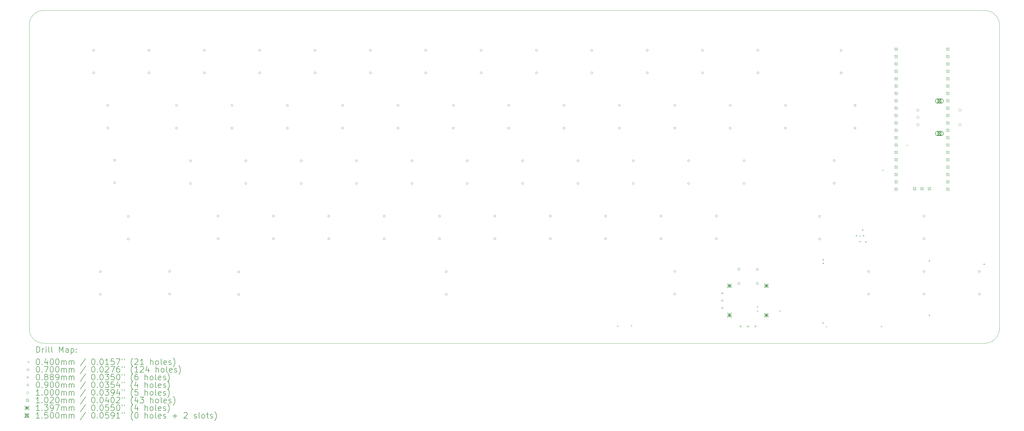
<source format=gbr>
%TF.GenerationSoftware,KiCad,Pcbnew,7.0.6*%
%TF.CreationDate,2023-08-30T22:57:16-07:00*%
%TF.ProjectId,keyboard,6b657962-6f61-4726-942e-6b696361645f,rev?*%
%TF.SameCoordinates,Original*%
%TF.FileFunction,Drillmap*%
%TF.FilePolarity,Positive*%
%FSLAX45Y45*%
G04 Gerber Fmt 4.5, Leading zero omitted, Abs format (unit mm)*
G04 Created by KiCad (PCBNEW 7.0.6) date 2023-08-30 22:57:16*
%MOMM*%
%LPD*%
G01*
G04 APERTURE LIST*
%ADD10C,0.100000*%
%ADD11C,0.200000*%
%ADD12C,0.040000*%
%ADD13C,0.070000*%
%ADD14C,0.088900*%
%ADD15C,0.090000*%
%ADD16C,0.102000*%
%ADD17C,0.139700*%
%ADD18C,0.150000*%
G04 APERTURE END LIST*
D10*
X14925005Y-26136365D02*
G75*
G03*
X15425009Y-26636365I500005J5D01*
G01*
X48310008Y-15669852D02*
G75*
G03*
X47810009Y-15169852I-499998J2D01*
G01*
D11*
X14925009Y-15479733D02*
G75*
G03*
X14925009Y-15479733I0J0D01*
G01*
D10*
X15425009Y-15169852D02*
X47810009Y-15169852D01*
X47810009Y-26636365D02*
X15425009Y-26636365D01*
X48310009Y-15669852D02*
X48310009Y-26136365D01*
X14925009Y-26136365D02*
X14925009Y-15669852D01*
X47810009Y-26636369D02*
G75*
G03*
X48310009Y-26136365I-9J500009D01*
G01*
D11*
X14925009Y-26004733D02*
G75*
G03*
X14925009Y-26004733I0J0D01*
G01*
D10*
X15425009Y-15169849D02*
G75*
G03*
X14925009Y-15669852I1J-500001D01*
G01*
D11*
X48310009Y-26004733D02*
G75*
G03*
X48310009Y-26004733I0J0D01*
G01*
X48310009Y-15479733D02*
G75*
G03*
X48310009Y-15479733I0J0D01*
G01*
D12*
X35152299Y-26022087D02*
X35192299Y-26062087D01*
X35192299Y-26022087D02*
X35152299Y-26062087D01*
X35631087Y-26013681D02*
X35671087Y-26053681D01*
X35671087Y-26013681D02*
X35631087Y-26053681D01*
X39963359Y-25507727D02*
X40003359Y-25547727D01*
X40003359Y-25507727D02*
X39963359Y-25547727D01*
X39965949Y-25352007D02*
X40005949Y-25392007D01*
X40005949Y-25352007D02*
X39965949Y-25392007D01*
X40743660Y-25505691D02*
X40783660Y-25545691D01*
X40783660Y-25505691D02*
X40743660Y-25545691D01*
X42216957Y-25914940D02*
X42256957Y-25954940D01*
X42256957Y-25914940D02*
X42216957Y-25954940D01*
X42221902Y-23738362D02*
X42261902Y-23778362D01*
X42261902Y-23738362D02*
X42221902Y-23778362D01*
X42224567Y-23858222D02*
X42264567Y-23898222D01*
X42264567Y-23858222D02*
X42224567Y-23898222D01*
X42338610Y-26042489D02*
X42378610Y-26082489D01*
X42378610Y-26042489D02*
X42338610Y-26082489D01*
X43364949Y-22909344D02*
X43404949Y-22949344D01*
X43404949Y-22909344D02*
X43364949Y-22949344D01*
X43495976Y-22913412D02*
X43535976Y-22953412D01*
X43535976Y-22913412D02*
X43495976Y-22953412D01*
X43496494Y-23112401D02*
X43536494Y-23152401D01*
X43536494Y-23112401D02*
X43496494Y-23152401D01*
X43581735Y-22710386D02*
X43621735Y-22750386D01*
X43621735Y-22710386D02*
X43581735Y-22750386D01*
X43609563Y-22909137D02*
X43649563Y-22949137D01*
X43649563Y-22909137D02*
X43609563Y-22949137D01*
X43692967Y-23126456D02*
X43732967Y-23166456D01*
X43732967Y-23126456D02*
X43692967Y-23166456D01*
X44228979Y-26035769D02*
X44268979Y-26075769D01*
X44268979Y-26035769D02*
X44228979Y-26075769D01*
X44278647Y-20651934D02*
X44318647Y-20691934D01*
X44318647Y-20651934D02*
X44278647Y-20691934D01*
X45114992Y-19792901D02*
X45154992Y-19832901D01*
X45154992Y-19792901D02*
X45114992Y-19832901D01*
X45877128Y-23776013D02*
X45917128Y-23816013D01*
X45917128Y-23776013D02*
X45877128Y-23816013D01*
X45877158Y-25649115D02*
X45917158Y-25689115D01*
X45917158Y-25649115D02*
X45877158Y-25689115D01*
X47763159Y-23891529D02*
X47803159Y-23931529D01*
X47803159Y-23891529D02*
X47763159Y-23931529D01*
D13*
X17173509Y-16540233D02*
G75*
G03*
X17173509Y-16540233I-35000J0D01*
G01*
X17173509Y-17320233D02*
G75*
G03*
X17173509Y-17320233I-35000J0D01*
G01*
X17408471Y-24168723D02*
G75*
G03*
X17408471Y-24168723I-35000J0D01*
G01*
X17408471Y-24948723D02*
G75*
G03*
X17408471Y-24948723I-35000J0D01*
G01*
X17662494Y-18437688D02*
G75*
G03*
X17662494Y-18437688I-35000J0D01*
G01*
X17662494Y-19217688D02*
G75*
G03*
X17662494Y-19217688I-35000J0D01*
G01*
X17898250Y-20329329D02*
G75*
G03*
X17898250Y-20329329I-35000J0D01*
G01*
X17898250Y-21109329D02*
G75*
G03*
X17898250Y-21109329I-35000J0D01*
G01*
X18364864Y-22267141D02*
G75*
G03*
X18364864Y-22267141I-35000J0D01*
G01*
X18364864Y-23047141D02*
G75*
G03*
X18364864Y-23047141I-35000J0D01*
G01*
X19078509Y-16540233D02*
G75*
G03*
X19078509Y-16540233I-35000J0D01*
G01*
X19078509Y-17320233D02*
G75*
G03*
X19078509Y-17320233I-35000J0D01*
G01*
X19788412Y-24158929D02*
G75*
G03*
X19788412Y-24158929I-35000J0D01*
G01*
X19788412Y-24938929D02*
G75*
G03*
X19788412Y-24938929I-35000J0D01*
G01*
X20031009Y-18445233D02*
G75*
G03*
X20031009Y-18445233I-35000J0D01*
G01*
X20031009Y-19225233D02*
G75*
G03*
X20031009Y-19225233I-35000J0D01*
G01*
X20507259Y-20350233D02*
G75*
G03*
X20507259Y-20350233I-35000J0D01*
G01*
X20507259Y-21130233D02*
G75*
G03*
X20507259Y-21130233I-35000J0D01*
G01*
X20983509Y-16540233D02*
G75*
G03*
X20983509Y-16540233I-35000J0D01*
G01*
X20983509Y-17320233D02*
G75*
G03*
X20983509Y-17320233I-35000J0D01*
G01*
X21459759Y-22255233D02*
G75*
G03*
X21459759Y-22255233I-35000J0D01*
G01*
X21459759Y-23035233D02*
G75*
G03*
X21459759Y-23035233I-35000J0D01*
G01*
X21936009Y-18445233D02*
G75*
G03*
X21936009Y-18445233I-35000J0D01*
G01*
X21936009Y-19225233D02*
G75*
G03*
X21936009Y-19225233I-35000J0D01*
G01*
X22168354Y-24177817D02*
G75*
G03*
X22168354Y-24177817I-35000J0D01*
G01*
X22168354Y-24957817D02*
G75*
G03*
X22168354Y-24957817I-35000J0D01*
G01*
X22412259Y-20350233D02*
G75*
G03*
X22412259Y-20350233I-35000J0D01*
G01*
X22412259Y-21130233D02*
G75*
G03*
X22412259Y-21130233I-35000J0D01*
G01*
X22888509Y-16540233D02*
G75*
G03*
X22888509Y-16540233I-35000J0D01*
G01*
X22888509Y-17320233D02*
G75*
G03*
X22888509Y-17320233I-35000J0D01*
G01*
X23364759Y-22255233D02*
G75*
G03*
X23364759Y-22255233I-35000J0D01*
G01*
X23364759Y-23035233D02*
G75*
G03*
X23364759Y-23035233I-35000J0D01*
G01*
X23841009Y-18445233D02*
G75*
G03*
X23841009Y-18445233I-35000J0D01*
G01*
X23841009Y-19225233D02*
G75*
G03*
X23841009Y-19225233I-35000J0D01*
G01*
X24317259Y-20350233D02*
G75*
G03*
X24317259Y-20350233I-35000J0D01*
G01*
X24317259Y-21130233D02*
G75*
G03*
X24317259Y-21130233I-35000J0D01*
G01*
X24793509Y-16540233D02*
G75*
G03*
X24793509Y-16540233I-35000J0D01*
G01*
X24793509Y-17320233D02*
G75*
G03*
X24793509Y-17320233I-35000J0D01*
G01*
X25269759Y-22255233D02*
G75*
G03*
X25269759Y-22255233I-35000J0D01*
G01*
X25269759Y-23035233D02*
G75*
G03*
X25269759Y-23035233I-35000J0D01*
G01*
X25746009Y-18445233D02*
G75*
G03*
X25746009Y-18445233I-35000J0D01*
G01*
X25746009Y-19225233D02*
G75*
G03*
X25746009Y-19225233I-35000J0D01*
G01*
X26222259Y-20350233D02*
G75*
G03*
X26222259Y-20350233I-35000J0D01*
G01*
X26222259Y-21130233D02*
G75*
G03*
X26222259Y-21130233I-35000J0D01*
G01*
X26698509Y-16540233D02*
G75*
G03*
X26698509Y-16540233I-35000J0D01*
G01*
X26698509Y-17320233D02*
G75*
G03*
X26698509Y-17320233I-35000J0D01*
G01*
X27174759Y-22255233D02*
G75*
G03*
X27174759Y-22255233I-35000J0D01*
G01*
X27174759Y-23035233D02*
G75*
G03*
X27174759Y-23035233I-35000J0D01*
G01*
X27651009Y-18445233D02*
G75*
G03*
X27651009Y-18445233I-35000J0D01*
G01*
X27651009Y-19225233D02*
G75*
G03*
X27651009Y-19225233I-35000J0D01*
G01*
X28127259Y-20350233D02*
G75*
G03*
X28127259Y-20350233I-35000J0D01*
G01*
X28127259Y-21130233D02*
G75*
G03*
X28127259Y-21130233I-35000J0D01*
G01*
X28603509Y-16540233D02*
G75*
G03*
X28603509Y-16540233I-35000J0D01*
G01*
X28603509Y-17320233D02*
G75*
G03*
X28603509Y-17320233I-35000J0D01*
G01*
X29079759Y-22255233D02*
G75*
G03*
X29079759Y-22255233I-35000J0D01*
G01*
X29079759Y-23035233D02*
G75*
G03*
X29079759Y-23035233I-35000J0D01*
G01*
X29310933Y-24171127D02*
G75*
G03*
X29310933Y-24171127I-35000J0D01*
G01*
X29310933Y-24951127D02*
G75*
G03*
X29310933Y-24951127I-35000J0D01*
G01*
X29556009Y-18445233D02*
G75*
G03*
X29556009Y-18445233I-35000J0D01*
G01*
X29556009Y-19225233D02*
G75*
G03*
X29556009Y-19225233I-35000J0D01*
G01*
X30032259Y-20350233D02*
G75*
G03*
X30032259Y-20350233I-35000J0D01*
G01*
X30032259Y-21130233D02*
G75*
G03*
X30032259Y-21130233I-35000J0D01*
G01*
X30508509Y-16540233D02*
G75*
G03*
X30508509Y-16540233I-35000J0D01*
G01*
X30508509Y-17320233D02*
G75*
G03*
X30508509Y-17320233I-35000J0D01*
G01*
X30984759Y-22255233D02*
G75*
G03*
X30984759Y-22255233I-35000J0D01*
G01*
X30984759Y-23035233D02*
G75*
G03*
X30984759Y-23035233I-35000J0D01*
G01*
X31461009Y-18445233D02*
G75*
G03*
X31461009Y-18445233I-35000J0D01*
G01*
X31461009Y-19225233D02*
G75*
G03*
X31461009Y-19225233I-35000J0D01*
G01*
X31937259Y-20350233D02*
G75*
G03*
X31937259Y-20350233I-35000J0D01*
G01*
X31937259Y-21130233D02*
G75*
G03*
X31937259Y-21130233I-35000J0D01*
G01*
X32413509Y-16540233D02*
G75*
G03*
X32413509Y-16540233I-35000J0D01*
G01*
X32413509Y-17320233D02*
G75*
G03*
X32413509Y-17320233I-35000J0D01*
G01*
X32889759Y-22255233D02*
G75*
G03*
X32889759Y-22255233I-35000J0D01*
G01*
X32889759Y-23035233D02*
G75*
G03*
X32889759Y-23035233I-35000J0D01*
G01*
X33366009Y-18445233D02*
G75*
G03*
X33366009Y-18445233I-35000J0D01*
G01*
X33366009Y-19225233D02*
G75*
G03*
X33366009Y-19225233I-35000J0D01*
G01*
X33842259Y-20350233D02*
G75*
G03*
X33842259Y-20350233I-35000J0D01*
G01*
X33842259Y-21130233D02*
G75*
G03*
X33842259Y-21130233I-35000J0D01*
G01*
X34318509Y-16540233D02*
G75*
G03*
X34318509Y-16540233I-35000J0D01*
G01*
X34318509Y-17320233D02*
G75*
G03*
X34318509Y-17320233I-35000J0D01*
G01*
X34794759Y-22255233D02*
G75*
G03*
X34794759Y-22255233I-35000J0D01*
G01*
X34794759Y-23035233D02*
G75*
G03*
X34794759Y-23035233I-35000J0D01*
G01*
X35271009Y-18445233D02*
G75*
G03*
X35271009Y-18445233I-35000J0D01*
G01*
X35271009Y-19225233D02*
G75*
G03*
X35271009Y-19225233I-35000J0D01*
G01*
X35747259Y-20350233D02*
G75*
G03*
X35747259Y-20350233I-35000J0D01*
G01*
X35747259Y-21130233D02*
G75*
G03*
X35747259Y-21130233I-35000J0D01*
G01*
X36223509Y-16540233D02*
G75*
G03*
X36223509Y-16540233I-35000J0D01*
G01*
X36223509Y-17320233D02*
G75*
G03*
X36223509Y-17320233I-35000J0D01*
G01*
X36699759Y-22255233D02*
G75*
G03*
X36699759Y-22255233I-35000J0D01*
G01*
X36699759Y-23035233D02*
G75*
G03*
X36699759Y-23035233I-35000J0D01*
G01*
X37176009Y-18445233D02*
G75*
G03*
X37176009Y-18445233I-35000J0D01*
G01*
X37176009Y-19225233D02*
G75*
G03*
X37176009Y-19225233I-35000J0D01*
G01*
X37176009Y-24160233D02*
G75*
G03*
X37176009Y-24160233I-35000J0D01*
G01*
X37176009Y-24940233D02*
G75*
G03*
X37176009Y-24940233I-35000J0D01*
G01*
X37652259Y-20350233D02*
G75*
G03*
X37652259Y-20350233I-35000J0D01*
G01*
X37652259Y-21130233D02*
G75*
G03*
X37652259Y-21130233I-35000J0D01*
G01*
X38128509Y-16540233D02*
G75*
G03*
X38128509Y-16540233I-35000J0D01*
G01*
X38128509Y-17320233D02*
G75*
G03*
X38128509Y-17320233I-35000J0D01*
G01*
X38604759Y-22255233D02*
G75*
G03*
X38604759Y-22255233I-35000J0D01*
G01*
X38604759Y-23035233D02*
G75*
G03*
X38604759Y-23035233I-35000J0D01*
G01*
X39081009Y-18445233D02*
G75*
G03*
X39081009Y-18445233I-35000J0D01*
G01*
X39081009Y-19225233D02*
G75*
G03*
X39081009Y-19225233I-35000J0D01*
G01*
X39557259Y-20350233D02*
G75*
G03*
X39557259Y-20350233I-35000J0D01*
G01*
X39557259Y-21130233D02*
G75*
G03*
X39557259Y-21130233I-35000J0D01*
G01*
X40033509Y-16540233D02*
G75*
G03*
X40033509Y-16540233I-35000J0D01*
G01*
X40033509Y-17320233D02*
G75*
G03*
X40033509Y-17320233I-35000J0D01*
G01*
X40986009Y-18445233D02*
G75*
G03*
X40986009Y-18445233I-35000J0D01*
G01*
X40986009Y-19225233D02*
G75*
G03*
X40986009Y-19225233I-35000J0D01*
G01*
X42157947Y-22265757D02*
G75*
G03*
X42157947Y-22265757I-35000J0D01*
G01*
X42157947Y-23045757D02*
G75*
G03*
X42157947Y-23045757I-35000J0D01*
G01*
X42659889Y-20344268D02*
G75*
G03*
X42659889Y-20344268I-35000J0D01*
G01*
X42659889Y-21124268D02*
G75*
G03*
X42659889Y-21124268I-35000J0D01*
G01*
X42897276Y-16543963D02*
G75*
G03*
X42897276Y-16543963I-35000J0D01*
G01*
X42897276Y-17323964D02*
G75*
G03*
X42897276Y-17323964I-35000J0D01*
G01*
X43377882Y-18441900D02*
G75*
G03*
X43377882Y-18441900I-35000J0D01*
G01*
X43377882Y-19221900D02*
G75*
G03*
X43377882Y-19221900I-35000J0D01*
G01*
X43843509Y-24160233D02*
G75*
G03*
X43843509Y-24160233I-35000J0D01*
G01*
X43843509Y-24940233D02*
G75*
G03*
X43843509Y-24940233I-35000J0D01*
G01*
X45748509Y-22255233D02*
G75*
G03*
X45748509Y-22255233I-35000J0D01*
G01*
X45748509Y-23035233D02*
G75*
G03*
X45748509Y-23035233I-35000J0D01*
G01*
X45748509Y-24160233D02*
G75*
G03*
X45748509Y-24160233I-35000J0D01*
G01*
X45748509Y-24940233D02*
G75*
G03*
X45748509Y-24940233I-35000J0D01*
G01*
X47653509Y-24160233D02*
G75*
G03*
X47653509Y-24160233I-35000J0D01*
G01*
X47653509Y-24940233D02*
G75*
G03*
X47653509Y-24940233I-35000J0D01*
G01*
D14*
X38766124Y-25118002D02*
X38766124Y-25206902D01*
X38721674Y-25162452D02*
X38810574Y-25162452D01*
X38766124Y-25372002D02*
X38766124Y-25460902D01*
X38721674Y-25416452D02*
X38810574Y-25416452D01*
X38767624Y-24865482D02*
X38767624Y-24954382D01*
X38723174Y-24909932D02*
X38812074Y-24909932D01*
X39404124Y-26007002D02*
X39404124Y-26095902D01*
X39359674Y-26051452D02*
X39448574Y-26051452D01*
X39658124Y-26009002D02*
X39658124Y-26097902D01*
X39613674Y-26053452D02*
X39702574Y-26053452D01*
X39912124Y-26007002D02*
X39912124Y-26095902D01*
X39867674Y-26051452D02*
X39956574Y-26051452D01*
D15*
X39370944Y-24114272D02*
X39370944Y-24050632D01*
X39307303Y-24050632D01*
X39307303Y-24114272D01*
X39370944Y-24114272D01*
X39370944Y-24608272D02*
X39370944Y-24544632D01*
X39307303Y-24544632D01*
X39307303Y-24608272D01*
X39370944Y-24608272D01*
X40005944Y-24116252D02*
X40005944Y-24052612D01*
X39942303Y-24052612D01*
X39942303Y-24116252D01*
X40005944Y-24116252D01*
X40006944Y-24610272D02*
X40006944Y-24546632D01*
X39943303Y-24546632D01*
X39943303Y-24610272D01*
X40006944Y-24610272D01*
D10*
X45496135Y-18650086D02*
X45546135Y-18600086D01*
X45496135Y-18550086D01*
X45446135Y-18600086D01*
X45496135Y-18650086D01*
X45496135Y-18900086D02*
X45546135Y-18850086D01*
X45496135Y-18800086D01*
X45446135Y-18850086D01*
X45496135Y-18900086D01*
X45496135Y-19150086D02*
X45546135Y-19100086D01*
X45496135Y-19050086D01*
X45446135Y-19100086D01*
X45496135Y-19150086D01*
X46946135Y-18650086D02*
X46996135Y-18600086D01*
X46946135Y-18550086D01*
X46896135Y-18600086D01*
X46946135Y-18650086D01*
X46946135Y-19150086D02*
X46996135Y-19100086D01*
X46946135Y-19050086D01*
X46896135Y-19100086D01*
X46946135Y-19150086D01*
D16*
X44706542Y-16455205D02*
X44808542Y-16557205D01*
X44808542Y-16455205D02*
X44706542Y-16557205D01*
X44808542Y-16506205D02*
G75*
G03*
X44808542Y-16506205I-51000J0D01*
G01*
X44706542Y-16709205D02*
X44808542Y-16811205D01*
X44808542Y-16709205D02*
X44706542Y-16811205D01*
X44808542Y-16760205D02*
G75*
G03*
X44808542Y-16760205I-51000J0D01*
G01*
X44706542Y-16963205D02*
X44808542Y-17065205D01*
X44808542Y-16963205D02*
X44706542Y-17065205D01*
X44808542Y-17014205D02*
G75*
G03*
X44808542Y-17014205I-51000J0D01*
G01*
X44706542Y-17217205D02*
X44808542Y-17319205D01*
X44808542Y-17217205D02*
X44706542Y-17319205D01*
X44808542Y-17268205D02*
G75*
G03*
X44808542Y-17268205I-51000J0D01*
G01*
X44706542Y-17471205D02*
X44808542Y-17573205D01*
X44808542Y-17471205D02*
X44706542Y-17573205D01*
X44808542Y-17522205D02*
G75*
G03*
X44808542Y-17522205I-51000J0D01*
G01*
X44706542Y-17725205D02*
X44808542Y-17827205D01*
X44808542Y-17725205D02*
X44706542Y-17827205D01*
X44808542Y-17776205D02*
G75*
G03*
X44808542Y-17776205I-51000J0D01*
G01*
X44706542Y-17979205D02*
X44808542Y-18081205D01*
X44808542Y-17979205D02*
X44706542Y-18081205D01*
X44808542Y-18030205D02*
G75*
G03*
X44808542Y-18030205I-51000J0D01*
G01*
X44706542Y-18233205D02*
X44808542Y-18335205D01*
X44808542Y-18233205D02*
X44706542Y-18335205D01*
X44808542Y-18284205D02*
G75*
G03*
X44808542Y-18284205I-51000J0D01*
G01*
X44706542Y-18487205D02*
X44808542Y-18589205D01*
X44808542Y-18487205D02*
X44706542Y-18589205D01*
X44808542Y-18538205D02*
G75*
G03*
X44808542Y-18538205I-51000J0D01*
G01*
X44706542Y-18741205D02*
X44808542Y-18843205D01*
X44808542Y-18741205D02*
X44706542Y-18843205D01*
X44808542Y-18792205D02*
G75*
G03*
X44808542Y-18792205I-51000J0D01*
G01*
X44706542Y-18995205D02*
X44808542Y-19097205D01*
X44808542Y-18995205D02*
X44706542Y-19097205D01*
X44808542Y-19046205D02*
G75*
G03*
X44808542Y-19046205I-51000J0D01*
G01*
X44706542Y-19249205D02*
X44808542Y-19351205D01*
X44808542Y-19249205D02*
X44706542Y-19351205D01*
X44808542Y-19300205D02*
G75*
G03*
X44808542Y-19300205I-51000J0D01*
G01*
X44706542Y-19503205D02*
X44808542Y-19605205D01*
X44808542Y-19503205D02*
X44706542Y-19605205D01*
X44808542Y-19554205D02*
G75*
G03*
X44808542Y-19554205I-51000J0D01*
G01*
X44706542Y-19757205D02*
X44808542Y-19859205D01*
X44808542Y-19757205D02*
X44706542Y-19859205D01*
X44808542Y-19808205D02*
G75*
G03*
X44808542Y-19808205I-51000J0D01*
G01*
X44706542Y-20011205D02*
X44808542Y-20113205D01*
X44808542Y-20011205D02*
X44706542Y-20113205D01*
X44808542Y-20062205D02*
G75*
G03*
X44808542Y-20062205I-51000J0D01*
G01*
X44706542Y-20265205D02*
X44808542Y-20367205D01*
X44808542Y-20265205D02*
X44706542Y-20367205D01*
X44808542Y-20316205D02*
G75*
G03*
X44808542Y-20316205I-51000J0D01*
G01*
X44706542Y-20519205D02*
X44808542Y-20621205D01*
X44808542Y-20519205D02*
X44706542Y-20621205D01*
X44808542Y-20570205D02*
G75*
G03*
X44808542Y-20570205I-51000J0D01*
G01*
X44706542Y-20773205D02*
X44808542Y-20875205D01*
X44808542Y-20773205D02*
X44706542Y-20875205D01*
X44808542Y-20824205D02*
G75*
G03*
X44808542Y-20824205I-51000J0D01*
G01*
X44706542Y-21027205D02*
X44808542Y-21129205D01*
X44808542Y-21027205D02*
X44706542Y-21129205D01*
X44808542Y-21078205D02*
G75*
G03*
X44808542Y-21078205I-51000J0D01*
G01*
X44706542Y-21281205D02*
X44808542Y-21383205D01*
X44808542Y-21281205D02*
X44706542Y-21383205D01*
X44808542Y-21332205D02*
G75*
G03*
X44808542Y-21332205I-51000J0D01*
G01*
X45341542Y-21258205D02*
X45443542Y-21360205D01*
X45443542Y-21258205D02*
X45341542Y-21360205D01*
X45443542Y-21309205D02*
G75*
G03*
X45443542Y-21309205I-51000J0D01*
G01*
X45595542Y-21258205D02*
X45697542Y-21360205D01*
X45697542Y-21258205D02*
X45595542Y-21360205D01*
X45697542Y-21309205D02*
G75*
G03*
X45697542Y-21309205I-51000J0D01*
G01*
X45849542Y-21258205D02*
X45951542Y-21360205D01*
X45951542Y-21258205D02*
X45849542Y-21360205D01*
X45951542Y-21309205D02*
G75*
G03*
X45951542Y-21309205I-51000J0D01*
G01*
X46484542Y-16455205D02*
X46586542Y-16557205D01*
X46586542Y-16455205D02*
X46484542Y-16557205D01*
X46586542Y-16506205D02*
G75*
G03*
X46586542Y-16506205I-51000J0D01*
G01*
X46484542Y-16709205D02*
X46586542Y-16811205D01*
X46586542Y-16709205D02*
X46484542Y-16811205D01*
X46586542Y-16760205D02*
G75*
G03*
X46586542Y-16760205I-51000J0D01*
G01*
X46484542Y-16963205D02*
X46586542Y-17065205D01*
X46586542Y-16963205D02*
X46484542Y-17065205D01*
X46586542Y-17014205D02*
G75*
G03*
X46586542Y-17014205I-51000J0D01*
G01*
X46484542Y-17217205D02*
X46586542Y-17319205D01*
X46586542Y-17217205D02*
X46484542Y-17319205D01*
X46586542Y-17268205D02*
G75*
G03*
X46586542Y-17268205I-51000J0D01*
G01*
X46484542Y-17471205D02*
X46586542Y-17573205D01*
X46586542Y-17471205D02*
X46484542Y-17573205D01*
X46586542Y-17522205D02*
G75*
G03*
X46586542Y-17522205I-51000J0D01*
G01*
X46484542Y-17725205D02*
X46586542Y-17827205D01*
X46586542Y-17725205D02*
X46484542Y-17827205D01*
X46586542Y-17776205D02*
G75*
G03*
X46586542Y-17776205I-51000J0D01*
G01*
X46484542Y-17979205D02*
X46586542Y-18081205D01*
X46586542Y-17979205D02*
X46484542Y-18081205D01*
X46586542Y-18030205D02*
G75*
G03*
X46586542Y-18030205I-51000J0D01*
G01*
X46484542Y-18233205D02*
X46586542Y-18335205D01*
X46586542Y-18233205D02*
X46484542Y-18335205D01*
X46586542Y-18284205D02*
G75*
G03*
X46586542Y-18284205I-51000J0D01*
G01*
X46484542Y-18487205D02*
X46586542Y-18589205D01*
X46586542Y-18487205D02*
X46484542Y-18589205D01*
X46586542Y-18538205D02*
G75*
G03*
X46586542Y-18538205I-51000J0D01*
G01*
X46484542Y-18741205D02*
X46586542Y-18843205D01*
X46586542Y-18741205D02*
X46484542Y-18843205D01*
X46586542Y-18792205D02*
G75*
G03*
X46586542Y-18792205I-51000J0D01*
G01*
X46484542Y-18995205D02*
X46586542Y-19097205D01*
X46586542Y-18995205D02*
X46484542Y-19097205D01*
X46586542Y-19046205D02*
G75*
G03*
X46586542Y-19046205I-51000J0D01*
G01*
X46484542Y-19249205D02*
X46586542Y-19351205D01*
X46586542Y-19249205D02*
X46484542Y-19351205D01*
X46586542Y-19300205D02*
G75*
G03*
X46586542Y-19300205I-51000J0D01*
G01*
X46484542Y-19503205D02*
X46586542Y-19605205D01*
X46586542Y-19503205D02*
X46484542Y-19605205D01*
X46586542Y-19554205D02*
G75*
G03*
X46586542Y-19554205I-51000J0D01*
G01*
X46484542Y-19757205D02*
X46586542Y-19859205D01*
X46586542Y-19757205D02*
X46484542Y-19859205D01*
X46586542Y-19808205D02*
G75*
G03*
X46586542Y-19808205I-51000J0D01*
G01*
X46484542Y-20011205D02*
X46586542Y-20113205D01*
X46586542Y-20011205D02*
X46484542Y-20113205D01*
X46586542Y-20062205D02*
G75*
G03*
X46586542Y-20062205I-51000J0D01*
G01*
X46484542Y-20265205D02*
X46586542Y-20367205D01*
X46586542Y-20265205D02*
X46484542Y-20367205D01*
X46586542Y-20316205D02*
G75*
G03*
X46586542Y-20316205I-51000J0D01*
G01*
X46484542Y-20519205D02*
X46586542Y-20621205D01*
X46586542Y-20519205D02*
X46484542Y-20621205D01*
X46586542Y-20570205D02*
G75*
G03*
X46586542Y-20570205I-51000J0D01*
G01*
X46484542Y-20773205D02*
X46586542Y-20875205D01*
X46586542Y-20773205D02*
X46484542Y-20875205D01*
X46586542Y-20824205D02*
G75*
G03*
X46586542Y-20824205I-51000J0D01*
G01*
X46484542Y-21027205D02*
X46586542Y-21129205D01*
X46586542Y-21027205D02*
X46484542Y-21129205D01*
X46586542Y-21078205D02*
G75*
G03*
X46586542Y-21078205I-51000J0D01*
G01*
X46484542Y-21281205D02*
X46586542Y-21383205D01*
X46586542Y-21281205D02*
X46484542Y-21383205D01*
X46586542Y-21332205D02*
G75*
G03*
X46586542Y-21332205I-51000J0D01*
G01*
D17*
X38951774Y-24587602D02*
X39091474Y-24727302D01*
X39091474Y-24587602D02*
X38951774Y-24727302D01*
X39021624Y-24587602D02*
X39021624Y-24727302D01*
X38951774Y-24657452D02*
X39091474Y-24657452D01*
X38951774Y-25600602D02*
X39091474Y-25740302D01*
X39091474Y-25600602D02*
X38951774Y-25740302D01*
X39021624Y-25600602D02*
X39021624Y-25740302D01*
X38951774Y-25670452D02*
X39091474Y-25670452D01*
X40221774Y-24586082D02*
X40361474Y-24725782D01*
X40361474Y-24586082D02*
X40221774Y-24725782D01*
X40291624Y-24586082D02*
X40291624Y-24725782D01*
X40221774Y-24655932D02*
X40361474Y-24655932D01*
X40221774Y-25602082D02*
X40361474Y-25741782D01*
X40361474Y-25602082D02*
X40221774Y-25741782D01*
X40291624Y-25602082D02*
X40291624Y-25741782D01*
X40221774Y-25671932D02*
X40361474Y-25671932D01*
D18*
X46171135Y-18215086D02*
X46321135Y-18365086D01*
X46321135Y-18215086D02*
X46171135Y-18365086D01*
X46299168Y-18343120D02*
X46299168Y-18237053D01*
X46193101Y-18237053D01*
X46193101Y-18343120D01*
X46299168Y-18343120D01*
D11*
X46181135Y-18365086D02*
X46311135Y-18365086D01*
X46311135Y-18365086D02*
G75*
G03*
X46311135Y-18215086I0J75000D01*
G01*
X46311135Y-18215086D02*
X46181135Y-18215086D01*
X46181135Y-18215086D02*
G75*
G03*
X46181135Y-18365086I0J-75000D01*
G01*
D18*
X46171135Y-19335086D02*
X46321135Y-19485086D01*
X46321135Y-19335086D02*
X46171135Y-19485086D01*
X46299168Y-19463120D02*
X46299168Y-19357053D01*
X46193101Y-19357053D01*
X46193101Y-19463120D01*
X46299168Y-19463120D01*
D11*
X46181135Y-19485086D02*
X46311135Y-19485086D01*
X46311135Y-19485086D02*
G75*
G03*
X46311135Y-19335086I0J75000D01*
G01*
X46311135Y-19335086D02*
X46181135Y-19335086D01*
X46181135Y-19335086D02*
G75*
G03*
X46181135Y-19485086I0J-75000D01*
G01*
X15175786Y-26952849D02*
X15175786Y-26752849D01*
X15175786Y-26752849D02*
X15223405Y-26752849D01*
X15223405Y-26752849D02*
X15251976Y-26762372D01*
X15251976Y-26762372D02*
X15271024Y-26781420D01*
X15271024Y-26781420D02*
X15280548Y-26800468D01*
X15280548Y-26800468D02*
X15290071Y-26838563D01*
X15290071Y-26838563D02*
X15290071Y-26867134D01*
X15290071Y-26867134D02*
X15280548Y-26905230D01*
X15280548Y-26905230D02*
X15271024Y-26924277D01*
X15271024Y-26924277D02*
X15251976Y-26943325D01*
X15251976Y-26943325D02*
X15223405Y-26952849D01*
X15223405Y-26952849D02*
X15175786Y-26952849D01*
X15375786Y-26952849D02*
X15375786Y-26819515D01*
X15375786Y-26857611D02*
X15385309Y-26838563D01*
X15385309Y-26838563D02*
X15394833Y-26829039D01*
X15394833Y-26829039D02*
X15413881Y-26819515D01*
X15413881Y-26819515D02*
X15432929Y-26819515D01*
X15499595Y-26952849D02*
X15499595Y-26819515D01*
X15499595Y-26752849D02*
X15490071Y-26762372D01*
X15490071Y-26762372D02*
X15499595Y-26771896D01*
X15499595Y-26771896D02*
X15509119Y-26762372D01*
X15509119Y-26762372D02*
X15499595Y-26752849D01*
X15499595Y-26752849D02*
X15499595Y-26771896D01*
X15623405Y-26952849D02*
X15604357Y-26943325D01*
X15604357Y-26943325D02*
X15594833Y-26924277D01*
X15594833Y-26924277D02*
X15594833Y-26752849D01*
X15728167Y-26952849D02*
X15709119Y-26943325D01*
X15709119Y-26943325D02*
X15699595Y-26924277D01*
X15699595Y-26924277D02*
X15699595Y-26752849D01*
X15956738Y-26952849D02*
X15956738Y-26752849D01*
X15956738Y-26752849D02*
X16023405Y-26895706D01*
X16023405Y-26895706D02*
X16090071Y-26752849D01*
X16090071Y-26752849D02*
X16090071Y-26952849D01*
X16271024Y-26952849D02*
X16271024Y-26848087D01*
X16271024Y-26848087D02*
X16261500Y-26829039D01*
X16261500Y-26829039D02*
X16242452Y-26819515D01*
X16242452Y-26819515D02*
X16204357Y-26819515D01*
X16204357Y-26819515D02*
X16185309Y-26829039D01*
X16271024Y-26943325D02*
X16251976Y-26952849D01*
X16251976Y-26952849D02*
X16204357Y-26952849D01*
X16204357Y-26952849D02*
X16185309Y-26943325D01*
X16185309Y-26943325D02*
X16175786Y-26924277D01*
X16175786Y-26924277D02*
X16175786Y-26905230D01*
X16175786Y-26905230D02*
X16185309Y-26886182D01*
X16185309Y-26886182D02*
X16204357Y-26876658D01*
X16204357Y-26876658D02*
X16251976Y-26876658D01*
X16251976Y-26876658D02*
X16271024Y-26867134D01*
X16366262Y-26819515D02*
X16366262Y-27019515D01*
X16366262Y-26829039D02*
X16385309Y-26819515D01*
X16385309Y-26819515D02*
X16423405Y-26819515D01*
X16423405Y-26819515D02*
X16442452Y-26829039D01*
X16442452Y-26829039D02*
X16451976Y-26838563D01*
X16451976Y-26838563D02*
X16461500Y-26857611D01*
X16461500Y-26857611D02*
X16461500Y-26914753D01*
X16461500Y-26914753D02*
X16451976Y-26933801D01*
X16451976Y-26933801D02*
X16442452Y-26943325D01*
X16442452Y-26943325D02*
X16423405Y-26952849D01*
X16423405Y-26952849D02*
X16385309Y-26952849D01*
X16385309Y-26952849D02*
X16366262Y-26943325D01*
X16547214Y-26933801D02*
X16556738Y-26943325D01*
X16556738Y-26943325D02*
X16547214Y-26952849D01*
X16547214Y-26952849D02*
X16537690Y-26943325D01*
X16537690Y-26943325D02*
X16547214Y-26933801D01*
X16547214Y-26933801D02*
X16547214Y-26952849D01*
X16547214Y-26829039D02*
X16556738Y-26838563D01*
X16556738Y-26838563D02*
X16547214Y-26848087D01*
X16547214Y-26848087D02*
X16537690Y-26838563D01*
X16537690Y-26838563D02*
X16547214Y-26829039D01*
X16547214Y-26829039D02*
X16547214Y-26848087D01*
D12*
X14875009Y-27261365D02*
X14915009Y-27301365D01*
X14915009Y-27261365D02*
X14875009Y-27301365D01*
D11*
X15213881Y-27172849D02*
X15232929Y-27172849D01*
X15232929Y-27172849D02*
X15251976Y-27182372D01*
X15251976Y-27182372D02*
X15261500Y-27191896D01*
X15261500Y-27191896D02*
X15271024Y-27210944D01*
X15271024Y-27210944D02*
X15280548Y-27249039D01*
X15280548Y-27249039D02*
X15280548Y-27296658D01*
X15280548Y-27296658D02*
X15271024Y-27334753D01*
X15271024Y-27334753D02*
X15261500Y-27353801D01*
X15261500Y-27353801D02*
X15251976Y-27363325D01*
X15251976Y-27363325D02*
X15232929Y-27372849D01*
X15232929Y-27372849D02*
X15213881Y-27372849D01*
X15213881Y-27372849D02*
X15194833Y-27363325D01*
X15194833Y-27363325D02*
X15185309Y-27353801D01*
X15185309Y-27353801D02*
X15175786Y-27334753D01*
X15175786Y-27334753D02*
X15166262Y-27296658D01*
X15166262Y-27296658D02*
X15166262Y-27249039D01*
X15166262Y-27249039D02*
X15175786Y-27210944D01*
X15175786Y-27210944D02*
X15185309Y-27191896D01*
X15185309Y-27191896D02*
X15194833Y-27182372D01*
X15194833Y-27182372D02*
X15213881Y-27172849D01*
X15366262Y-27353801D02*
X15375786Y-27363325D01*
X15375786Y-27363325D02*
X15366262Y-27372849D01*
X15366262Y-27372849D02*
X15356738Y-27363325D01*
X15356738Y-27363325D02*
X15366262Y-27353801D01*
X15366262Y-27353801D02*
X15366262Y-27372849D01*
X15547214Y-27239515D02*
X15547214Y-27372849D01*
X15499595Y-27163325D02*
X15451976Y-27306182D01*
X15451976Y-27306182D02*
X15575786Y-27306182D01*
X15690071Y-27172849D02*
X15709119Y-27172849D01*
X15709119Y-27172849D02*
X15728167Y-27182372D01*
X15728167Y-27182372D02*
X15737690Y-27191896D01*
X15737690Y-27191896D02*
X15747214Y-27210944D01*
X15747214Y-27210944D02*
X15756738Y-27249039D01*
X15756738Y-27249039D02*
X15756738Y-27296658D01*
X15756738Y-27296658D02*
X15747214Y-27334753D01*
X15747214Y-27334753D02*
X15737690Y-27353801D01*
X15737690Y-27353801D02*
X15728167Y-27363325D01*
X15728167Y-27363325D02*
X15709119Y-27372849D01*
X15709119Y-27372849D02*
X15690071Y-27372849D01*
X15690071Y-27372849D02*
X15671024Y-27363325D01*
X15671024Y-27363325D02*
X15661500Y-27353801D01*
X15661500Y-27353801D02*
X15651976Y-27334753D01*
X15651976Y-27334753D02*
X15642452Y-27296658D01*
X15642452Y-27296658D02*
X15642452Y-27249039D01*
X15642452Y-27249039D02*
X15651976Y-27210944D01*
X15651976Y-27210944D02*
X15661500Y-27191896D01*
X15661500Y-27191896D02*
X15671024Y-27182372D01*
X15671024Y-27182372D02*
X15690071Y-27172849D01*
X15880548Y-27172849D02*
X15899595Y-27172849D01*
X15899595Y-27172849D02*
X15918643Y-27182372D01*
X15918643Y-27182372D02*
X15928167Y-27191896D01*
X15928167Y-27191896D02*
X15937690Y-27210944D01*
X15937690Y-27210944D02*
X15947214Y-27249039D01*
X15947214Y-27249039D02*
X15947214Y-27296658D01*
X15947214Y-27296658D02*
X15937690Y-27334753D01*
X15937690Y-27334753D02*
X15928167Y-27353801D01*
X15928167Y-27353801D02*
X15918643Y-27363325D01*
X15918643Y-27363325D02*
X15899595Y-27372849D01*
X15899595Y-27372849D02*
X15880548Y-27372849D01*
X15880548Y-27372849D02*
X15861500Y-27363325D01*
X15861500Y-27363325D02*
X15851976Y-27353801D01*
X15851976Y-27353801D02*
X15842452Y-27334753D01*
X15842452Y-27334753D02*
X15832929Y-27296658D01*
X15832929Y-27296658D02*
X15832929Y-27249039D01*
X15832929Y-27249039D02*
X15842452Y-27210944D01*
X15842452Y-27210944D02*
X15851976Y-27191896D01*
X15851976Y-27191896D02*
X15861500Y-27182372D01*
X15861500Y-27182372D02*
X15880548Y-27172849D01*
X16032929Y-27372849D02*
X16032929Y-27239515D01*
X16032929Y-27258563D02*
X16042452Y-27249039D01*
X16042452Y-27249039D02*
X16061500Y-27239515D01*
X16061500Y-27239515D02*
X16090071Y-27239515D01*
X16090071Y-27239515D02*
X16109119Y-27249039D01*
X16109119Y-27249039D02*
X16118643Y-27268087D01*
X16118643Y-27268087D02*
X16118643Y-27372849D01*
X16118643Y-27268087D02*
X16128167Y-27249039D01*
X16128167Y-27249039D02*
X16147214Y-27239515D01*
X16147214Y-27239515D02*
X16175786Y-27239515D01*
X16175786Y-27239515D02*
X16194833Y-27249039D01*
X16194833Y-27249039D02*
X16204357Y-27268087D01*
X16204357Y-27268087D02*
X16204357Y-27372849D01*
X16299595Y-27372849D02*
X16299595Y-27239515D01*
X16299595Y-27258563D02*
X16309119Y-27249039D01*
X16309119Y-27249039D02*
X16328167Y-27239515D01*
X16328167Y-27239515D02*
X16356738Y-27239515D01*
X16356738Y-27239515D02*
X16375786Y-27249039D01*
X16375786Y-27249039D02*
X16385310Y-27268087D01*
X16385310Y-27268087D02*
X16385310Y-27372849D01*
X16385310Y-27268087D02*
X16394833Y-27249039D01*
X16394833Y-27249039D02*
X16413881Y-27239515D01*
X16413881Y-27239515D02*
X16442452Y-27239515D01*
X16442452Y-27239515D02*
X16461500Y-27249039D01*
X16461500Y-27249039D02*
X16471024Y-27268087D01*
X16471024Y-27268087D02*
X16471024Y-27372849D01*
X16861500Y-27163325D02*
X16690072Y-27420468D01*
X17118643Y-27172849D02*
X17137691Y-27172849D01*
X17137691Y-27172849D02*
X17156738Y-27182372D01*
X17156738Y-27182372D02*
X17166262Y-27191896D01*
X17166262Y-27191896D02*
X17175786Y-27210944D01*
X17175786Y-27210944D02*
X17185310Y-27249039D01*
X17185310Y-27249039D02*
X17185310Y-27296658D01*
X17185310Y-27296658D02*
X17175786Y-27334753D01*
X17175786Y-27334753D02*
X17166262Y-27353801D01*
X17166262Y-27353801D02*
X17156738Y-27363325D01*
X17156738Y-27363325D02*
X17137691Y-27372849D01*
X17137691Y-27372849D02*
X17118643Y-27372849D01*
X17118643Y-27372849D02*
X17099595Y-27363325D01*
X17099595Y-27363325D02*
X17090072Y-27353801D01*
X17090072Y-27353801D02*
X17080548Y-27334753D01*
X17080548Y-27334753D02*
X17071024Y-27296658D01*
X17071024Y-27296658D02*
X17071024Y-27249039D01*
X17071024Y-27249039D02*
X17080548Y-27210944D01*
X17080548Y-27210944D02*
X17090072Y-27191896D01*
X17090072Y-27191896D02*
X17099595Y-27182372D01*
X17099595Y-27182372D02*
X17118643Y-27172849D01*
X17271024Y-27353801D02*
X17280548Y-27363325D01*
X17280548Y-27363325D02*
X17271024Y-27372849D01*
X17271024Y-27372849D02*
X17261500Y-27363325D01*
X17261500Y-27363325D02*
X17271024Y-27353801D01*
X17271024Y-27353801D02*
X17271024Y-27372849D01*
X17404357Y-27172849D02*
X17423405Y-27172849D01*
X17423405Y-27172849D02*
X17442453Y-27182372D01*
X17442453Y-27182372D02*
X17451976Y-27191896D01*
X17451976Y-27191896D02*
X17461500Y-27210944D01*
X17461500Y-27210944D02*
X17471024Y-27249039D01*
X17471024Y-27249039D02*
X17471024Y-27296658D01*
X17471024Y-27296658D02*
X17461500Y-27334753D01*
X17461500Y-27334753D02*
X17451976Y-27353801D01*
X17451976Y-27353801D02*
X17442453Y-27363325D01*
X17442453Y-27363325D02*
X17423405Y-27372849D01*
X17423405Y-27372849D02*
X17404357Y-27372849D01*
X17404357Y-27372849D02*
X17385310Y-27363325D01*
X17385310Y-27363325D02*
X17375786Y-27353801D01*
X17375786Y-27353801D02*
X17366262Y-27334753D01*
X17366262Y-27334753D02*
X17356738Y-27296658D01*
X17356738Y-27296658D02*
X17356738Y-27249039D01*
X17356738Y-27249039D02*
X17366262Y-27210944D01*
X17366262Y-27210944D02*
X17375786Y-27191896D01*
X17375786Y-27191896D02*
X17385310Y-27182372D01*
X17385310Y-27182372D02*
X17404357Y-27172849D01*
X17661500Y-27372849D02*
X17547215Y-27372849D01*
X17604357Y-27372849D02*
X17604357Y-27172849D01*
X17604357Y-27172849D02*
X17585310Y-27201420D01*
X17585310Y-27201420D02*
X17566262Y-27220468D01*
X17566262Y-27220468D02*
X17547215Y-27229991D01*
X17842453Y-27172849D02*
X17747215Y-27172849D01*
X17747215Y-27172849D02*
X17737691Y-27268087D01*
X17737691Y-27268087D02*
X17747215Y-27258563D01*
X17747215Y-27258563D02*
X17766262Y-27249039D01*
X17766262Y-27249039D02*
X17813881Y-27249039D01*
X17813881Y-27249039D02*
X17832929Y-27258563D01*
X17832929Y-27258563D02*
X17842453Y-27268087D01*
X17842453Y-27268087D02*
X17851976Y-27287134D01*
X17851976Y-27287134D02*
X17851976Y-27334753D01*
X17851976Y-27334753D02*
X17842453Y-27353801D01*
X17842453Y-27353801D02*
X17832929Y-27363325D01*
X17832929Y-27363325D02*
X17813881Y-27372849D01*
X17813881Y-27372849D02*
X17766262Y-27372849D01*
X17766262Y-27372849D02*
X17747215Y-27363325D01*
X17747215Y-27363325D02*
X17737691Y-27353801D01*
X17918643Y-27172849D02*
X18051976Y-27172849D01*
X18051976Y-27172849D02*
X17966262Y-27372849D01*
X18118643Y-27172849D02*
X18118643Y-27210944D01*
X18194834Y-27172849D02*
X18194834Y-27210944D01*
X18490072Y-27449039D02*
X18480548Y-27439515D01*
X18480548Y-27439515D02*
X18461500Y-27410944D01*
X18461500Y-27410944D02*
X18451977Y-27391896D01*
X18451977Y-27391896D02*
X18442453Y-27363325D01*
X18442453Y-27363325D02*
X18432929Y-27315706D01*
X18432929Y-27315706D02*
X18432929Y-27277611D01*
X18432929Y-27277611D02*
X18442453Y-27229991D01*
X18442453Y-27229991D02*
X18451977Y-27201420D01*
X18451977Y-27201420D02*
X18461500Y-27182372D01*
X18461500Y-27182372D02*
X18480548Y-27153801D01*
X18480548Y-27153801D02*
X18490072Y-27144277D01*
X18556738Y-27191896D02*
X18566262Y-27182372D01*
X18566262Y-27182372D02*
X18585310Y-27172849D01*
X18585310Y-27172849D02*
X18632929Y-27172849D01*
X18632929Y-27172849D02*
X18651977Y-27182372D01*
X18651977Y-27182372D02*
X18661500Y-27191896D01*
X18661500Y-27191896D02*
X18671024Y-27210944D01*
X18671024Y-27210944D02*
X18671024Y-27229991D01*
X18671024Y-27229991D02*
X18661500Y-27258563D01*
X18661500Y-27258563D02*
X18547215Y-27372849D01*
X18547215Y-27372849D02*
X18671024Y-27372849D01*
X18861500Y-27372849D02*
X18747215Y-27372849D01*
X18804357Y-27372849D02*
X18804357Y-27172849D01*
X18804357Y-27172849D02*
X18785310Y-27201420D01*
X18785310Y-27201420D02*
X18766262Y-27220468D01*
X18766262Y-27220468D02*
X18747215Y-27229991D01*
X19099596Y-27372849D02*
X19099596Y-27172849D01*
X19185310Y-27372849D02*
X19185310Y-27268087D01*
X19185310Y-27268087D02*
X19175786Y-27249039D01*
X19175786Y-27249039D02*
X19156739Y-27239515D01*
X19156739Y-27239515D02*
X19128167Y-27239515D01*
X19128167Y-27239515D02*
X19109119Y-27249039D01*
X19109119Y-27249039D02*
X19099596Y-27258563D01*
X19309119Y-27372849D02*
X19290072Y-27363325D01*
X19290072Y-27363325D02*
X19280548Y-27353801D01*
X19280548Y-27353801D02*
X19271024Y-27334753D01*
X19271024Y-27334753D02*
X19271024Y-27277611D01*
X19271024Y-27277611D02*
X19280548Y-27258563D01*
X19280548Y-27258563D02*
X19290072Y-27249039D01*
X19290072Y-27249039D02*
X19309119Y-27239515D01*
X19309119Y-27239515D02*
X19337691Y-27239515D01*
X19337691Y-27239515D02*
X19356739Y-27249039D01*
X19356739Y-27249039D02*
X19366262Y-27258563D01*
X19366262Y-27258563D02*
X19375786Y-27277611D01*
X19375786Y-27277611D02*
X19375786Y-27334753D01*
X19375786Y-27334753D02*
X19366262Y-27353801D01*
X19366262Y-27353801D02*
X19356739Y-27363325D01*
X19356739Y-27363325D02*
X19337691Y-27372849D01*
X19337691Y-27372849D02*
X19309119Y-27372849D01*
X19490072Y-27372849D02*
X19471024Y-27363325D01*
X19471024Y-27363325D02*
X19461500Y-27344277D01*
X19461500Y-27344277D02*
X19461500Y-27172849D01*
X19642453Y-27363325D02*
X19623405Y-27372849D01*
X19623405Y-27372849D02*
X19585310Y-27372849D01*
X19585310Y-27372849D02*
X19566262Y-27363325D01*
X19566262Y-27363325D02*
X19556739Y-27344277D01*
X19556739Y-27344277D02*
X19556739Y-27268087D01*
X19556739Y-27268087D02*
X19566262Y-27249039D01*
X19566262Y-27249039D02*
X19585310Y-27239515D01*
X19585310Y-27239515D02*
X19623405Y-27239515D01*
X19623405Y-27239515D02*
X19642453Y-27249039D01*
X19642453Y-27249039D02*
X19651977Y-27268087D01*
X19651977Y-27268087D02*
X19651977Y-27287134D01*
X19651977Y-27287134D02*
X19556739Y-27306182D01*
X19728167Y-27363325D02*
X19747215Y-27372849D01*
X19747215Y-27372849D02*
X19785310Y-27372849D01*
X19785310Y-27372849D02*
X19804358Y-27363325D01*
X19804358Y-27363325D02*
X19813881Y-27344277D01*
X19813881Y-27344277D02*
X19813881Y-27334753D01*
X19813881Y-27334753D02*
X19804358Y-27315706D01*
X19804358Y-27315706D02*
X19785310Y-27306182D01*
X19785310Y-27306182D02*
X19756739Y-27306182D01*
X19756739Y-27306182D02*
X19737691Y-27296658D01*
X19737691Y-27296658D02*
X19728167Y-27277611D01*
X19728167Y-27277611D02*
X19728167Y-27268087D01*
X19728167Y-27268087D02*
X19737691Y-27249039D01*
X19737691Y-27249039D02*
X19756739Y-27239515D01*
X19756739Y-27239515D02*
X19785310Y-27239515D01*
X19785310Y-27239515D02*
X19804358Y-27249039D01*
X19880548Y-27449039D02*
X19890072Y-27439515D01*
X19890072Y-27439515D02*
X19909120Y-27410944D01*
X19909120Y-27410944D02*
X19918643Y-27391896D01*
X19918643Y-27391896D02*
X19928167Y-27363325D01*
X19928167Y-27363325D02*
X19937691Y-27315706D01*
X19937691Y-27315706D02*
X19937691Y-27277611D01*
X19937691Y-27277611D02*
X19928167Y-27229991D01*
X19928167Y-27229991D02*
X19918643Y-27201420D01*
X19918643Y-27201420D02*
X19909120Y-27182372D01*
X19909120Y-27182372D02*
X19890072Y-27153801D01*
X19890072Y-27153801D02*
X19880548Y-27144277D01*
D13*
X14915009Y-27545365D02*
G75*
G03*
X14915009Y-27545365I-35000J0D01*
G01*
D11*
X15213881Y-27436849D02*
X15232929Y-27436849D01*
X15232929Y-27436849D02*
X15251976Y-27446372D01*
X15251976Y-27446372D02*
X15261500Y-27455896D01*
X15261500Y-27455896D02*
X15271024Y-27474944D01*
X15271024Y-27474944D02*
X15280548Y-27513039D01*
X15280548Y-27513039D02*
X15280548Y-27560658D01*
X15280548Y-27560658D02*
X15271024Y-27598753D01*
X15271024Y-27598753D02*
X15261500Y-27617801D01*
X15261500Y-27617801D02*
X15251976Y-27627325D01*
X15251976Y-27627325D02*
X15232929Y-27636849D01*
X15232929Y-27636849D02*
X15213881Y-27636849D01*
X15213881Y-27636849D02*
X15194833Y-27627325D01*
X15194833Y-27627325D02*
X15185309Y-27617801D01*
X15185309Y-27617801D02*
X15175786Y-27598753D01*
X15175786Y-27598753D02*
X15166262Y-27560658D01*
X15166262Y-27560658D02*
X15166262Y-27513039D01*
X15166262Y-27513039D02*
X15175786Y-27474944D01*
X15175786Y-27474944D02*
X15185309Y-27455896D01*
X15185309Y-27455896D02*
X15194833Y-27446372D01*
X15194833Y-27446372D02*
X15213881Y-27436849D01*
X15366262Y-27617801D02*
X15375786Y-27627325D01*
X15375786Y-27627325D02*
X15366262Y-27636849D01*
X15366262Y-27636849D02*
X15356738Y-27627325D01*
X15356738Y-27627325D02*
X15366262Y-27617801D01*
X15366262Y-27617801D02*
X15366262Y-27636849D01*
X15442452Y-27436849D02*
X15575786Y-27436849D01*
X15575786Y-27436849D02*
X15490071Y-27636849D01*
X15690071Y-27436849D02*
X15709119Y-27436849D01*
X15709119Y-27436849D02*
X15728167Y-27446372D01*
X15728167Y-27446372D02*
X15737690Y-27455896D01*
X15737690Y-27455896D02*
X15747214Y-27474944D01*
X15747214Y-27474944D02*
X15756738Y-27513039D01*
X15756738Y-27513039D02*
X15756738Y-27560658D01*
X15756738Y-27560658D02*
X15747214Y-27598753D01*
X15747214Y-27598753D02*
X15737690Y-27617801D01*
X15737690Y-27617801D02*
X15728167Y-27627325D01*
X15728167Y-27627325D02*
X15709119Y-27636849D01*
X15709119Y-27636849D02*
X15690071Y-27636849D01*
X15690071Y-27636849D02*
X15671024Y-27627325D01*
X15671024Y-27627325D02*
X15661500Y-27617801D01*
X15661500Y-27617801D02*
X15651976Y-27598753D01*
X15651976Y-27598753D02*
X15642452Y-27560658D01*
X15642452Y-27560658D02*
X15642452Y-27513039D01*
X15642452Y-27513039D02*
X15651976Y-27474944D01*
X15651976Y-27474944D02*
X15661500Y-27455896D01*
X15661500Y-27455896D02*
X15671024Y-27446372D01*
X15671024Y-27446372D02*
X15690071Y-27436849D01*
X15880548Y-27436849D02*
X15899595Y-27436849D01*
X15899595Y-27436849D02*
X15918643Y-27446372D01*
X15918643Y-27446372D02*
X15928167Y-27455896D01*
X15928167Y-27455896D02*
X15937690Y-27474944D01*
X15937690Y-27474944D02*
X15947214Y-27513039D01*
X15947214Y-27513039D02*
X15947214Y-27560658D01*
X15947214Y-27560658D02*
X15937690Y-27598753D01*
X15937690Y-27598753D02*
X15928167Y-27617801D01*
X15928167Y-27617801D02*
X15918643Y-27627325D01*
X15918643Y-27627325D02*
X15899595Y-27636849D01*
X15899595Y-27636849D02*
X15880548Y-27636849D01*
X15880548Y-27636849D02*
X15861500Y-27627325D01*
X15861500Y-27627325D02*
X15851976Y-27617801D01*
X15851976Y-27617801D02*
X15842452Y-27598753D01*
X15842452Y-27598753D02*
X15832929Y-27560658D01*
X15832929Y-27560658D02*
X15832929Y-27513039D01*
X15832929Y-27513039D02*
X15842452Y-27474944D01*
X15842452Y-27474944D02*
X15851976Y-27455896D01*
X15851976Y-27455896D02*
X15861500Y-27446372D01*
X15861500Y-27446372D02*
X15880548Y-27436849D01*
X16032929Y-27636849D02*
X16032929Y-27503515D01*
X16032929Y-27522563D02*
X16042452Y-27513039D01*
X16042452Y-27513039D02*
X16061500Y-27503515D01*
X16061500Y-27503515D02*
X16090071Y-27503515D01*
X16090071Y-27503515D02*
X16109119Y-27513039D01*
X16109119Y-27513039D02*
X16118643Y-27532087D01*
X16118643Y-27532087D02*
X16118643Y-27636849D01*
X16118643Y-27532087D02*
X16128167Y-27513039D01*
X16128167Y-27513039D02*
X16147214Y-27503515D01*
X16147214Y-27503515D02*
X16175786Y-27503515D01*
X16175786Y-27503515D02*
X16194833Y-27513039D01*
X16194833Y-27513039D02*
X16204357Y-27532087D01*
X16204357Y-27532087D02*
X16204357Y-27636849D01*
X16299595Y-27636849D02*
X16299595Y-27503515D01*
X16299595Y-27522563D02*
X16309119Y-27513039D01*
X16309119Y-27513039D02*
X16328167Y-27503515D01*
X16328167Y-27503515D02*
X16356738Y-27503515D01*
X16356738Y-27503515D02*
X16375786Y-27513039D01*
X16375786Y-27513039D02*
X16385310Y-27532087D01*
X16385310Y-27532087D02*
X16385310Y-27636849D01*
X16385310Y-27532087D02*
X16394833Y-27513039D01*
X16394833Y-27513039D02*
X16413881Y-27503515D01*
X16413881Y-27503515D02*
X16442452Y-27503515D01*
X16442452Y-27503515D02*
X16461500Y-27513039D01*
X16461500Y-27513039D02*
X16471024Y-27532087D01*
X16471024Y-27532087D02*
X16471024Y-27636849D01*
X16861500Y-27427325D02*
X16690072Y-27684468D01*
X17118643Y-27436849D02*
X17137691Y-27436849D01*
X17137691Y-27436849D02*
X17156738Y-27446372D01*
X17156738Y-27446372D02*
X17166262Y-27455896D01*
X17166262Y-27455896D02*
X17175786Y-27474944D01*
X17175786Y-27474944D02*
X17185310Y-27513039D01*
X17185310Y-27513039D02*
X17185310Y-27560658D01*
X17185310Y-27560658D02*
X17175786Y-27598753D01*
X17175786Y-27598753D02*
X17166262Y-27617801D01*
X17166262Y-27617801D02*
X17156738Y-27627325D01*
X17156738Y-27627325D02*
X17137691Y-27636849D01*
X17137691Y-27636849D02*
X17118643Y-27636849D01*
X17118643Y-27636849D02*
X17099595Y-27627325D01*
X17099595Y-27627325D02*
X17090072Y-27617801D01*
X17090072Y-27617801D02*
X17080548Y-27598753D01*
X17080548Y-27598753D02*
X17071024Y-27560658D01*
X17071024Y-27560658D02*
X17071024Y-27513039D01*
X17071024Y-27513039D02*
X17080548Y-27474944D01*
X17080548Y-27474944D02*
X17090072Y-27455896D01*
X17090072Y-27455896D02*
X17099595Y-27446372D01*
X17099595Y-27446372D02*
X17118643Y-27436849D01*
X17271024Y-27617801D02*
X17280548Y-27627325D01*
X17280548Y-27627325D02*
X17271024Y-27636849D01*
X17271024Y-27636849D02*
X17261500Y-27627325D01*
X17261500Y-27627325D02*
X17271024Y-27617801D01*
X17271024Y-27617801D02*
X17271024Y-27636849D01*
X17404357Y-27436849D02*
X17423405Y-27436849D01*
X17423405Y-27436849D02*
X17442453Y-27446372D01*
X17442453Y-27446372D02*
X17451976Y-27455896D01*
X17451976Y-27455896D02*
X17461500Y-27474944D01*
X17461500Y-27474944D02*
X17471024Y-27513039D01*
X17471024Y-27513039D02*
X17471024Y-27560658D01*
X17471024Y-27560658D02*
X17461500Y-27598753D01*
X17461500Y-27598753D02*
X17451976Y-27617801D01*
X17451976Y-27617801D02*
X17442453Y-27627325D01*
X17442453Y-27627325D02*
X17423405Y-27636849D01*
X17423405Y-27636849D02*
X17404357Y-27636849D01*
X17404357Y-27636849D02*
X17385310Y-27627325D01*
X17385310Y-27627325D02*
X17375786Y-27617801D01*
X17375786Y-27617801D02*
X17366262Y-27598753D01*
X17366262Y-27598753D02*
X17356738Y-27560658D01*
X17356738Y-27560658D02*
X17356738Y-27513039D01*
X17356738Y-27513039D02*
X17366262Y-27474944D01*
X17366262Y-27474944D02*
X17375786Y-27455896D01*
X17375786Y-27455896D02*
X17385310Y-27446372D01*
X17385310Y-27446372D02*
X17404357Y-27436849D01*
X17547215Y-27455896D02*
X17556738Y-27446372D01*
X17556738Y-27446372D02*
X17575786Y-27436849D01*
X17575786Y-27436849D02*
X17623405Y-27436849D01*
X17623405Y-27436849D02*
X17642453Y-27446372D01*
X17642453Y-27446372D02*
X17651976Y-27455896D01*
X17651976Y-27455896D02*
X17661500Y-27474944D01*
X17661500Y-27474944D02*
X17661500Y-27493991D01*
X17661500Y-27493991D02*
X17651976Y-27522563D01*
X17651976Y-27522563D02*
X17537691Y-27636849D01*
X17537691Y-27636849D02*
X17661500Y-27636849D01*
X17728167Y-27436849D02*
X17861500Y-27436849D01*
X17861500Y-27436849D02*
X17775786Y-27636849D01*
X18023405Y-27436849D02*
X17985310Y-27436849D01*
X17985310Y-27436849D02*
X17966262Y-27446372D01*
X17966262Y-27446372D02*
X17956738Y-27455896D01*
X17956738Y-27455896D02*
X17937691Y-27484468D01*
X17937691Y-27484468D02*
X17928167Y-27522563D01*
X17928167Y-27522563D02*
X17928167Y-27598753D01*
X17928167Y-27598753D02*
X17937691Y-27617801D01*
X17937691Y-27617801D02*
X17947215Y-27627325D01*
X17947215Y-27627325D02*
X17966262Y-27636849D01*
X17966262Y-27636849D02*
X18004357Y-27636849D01*
X18004357Y-27636849D02*
X18023405Y-27627325D01*
X18023405Y-27627325D02*
X18032929Y-27617801D01*
X18032929Y-27617801D02*
X18042453Y-27598753D01*
X18042453Y-27598753D02*
X18042453Y-27551134D01*
X18042453Y-27551134D02*
X18032929Y-27532087D01*
X18032929Y-27532087D02*
X18023405Y-27522563D01*
X18023405Y-27522563D02*
X18004357Y-27513039D01*
X18004357Y-27513039D02*
X17966262Y-27513039D01*
X17966262Y-27513039D02*
X17947215Y-27522563D01*
X17947215Y-27522563D02*
X17937691Y-27532087D01*
X17937691Y-27532087D02*
X17928167Y-27551134D01*
X18118643Y-27436849D02*
X18118643Y-27474944D01*
X18194834Y-27436849D02*
X18194834Y-27474944D01*
X18490072Y-27713039D02*
X18480548Y-27703515D01*
X18480548Y-27703515D02*
X18461500Y-27674944D01*
X18461500Y-27674944D02*
X18451977Y-27655896D01*
X18451977Y-27655896D02*
X18442453Y-27627325D01*
X18442453Y-27627325D02*
X18432929Y-27579706D01*
X18432929Y-27579706D02*
X18432929Y-27541611D01*
X18432929Y-27541611D02*
X18442453Y-27493991D01*
X18442453Y-27493991D02*
X18451977Y-27465420D01*
X18451977Y-27465420D02*
X18461500Y-27446372D01*
X18461500Y-27446372D02*
X18480548Y-27417801D01*
X18480548Y-27417801D02*
X18490072Y-27408277D01*
X18671024Y-27636849D02*
X18556738Y-27636849D01*
X18613881Y-27636849D02*
X18613881Y-27436849D01*
X18613881Y-27436849D02*
X18594834Y-27465420D01*
X18594834Y-27465420D02*
X18575786Y-27484468D01*
X18575786Y-27484468D02*
X18556738Y-27493991D01*
X18747215Y-27455896D02*
X18756738Y-27446372D01*
X18756738Y-27446372D02*
X18775786Y-27436849D01*
X18775786Y-27436849D02*
X18823405Y-27436849D01*
X18823405Y-27436849D02*
X18842453Y-27446372D01*
X18842453Y-27446372D02*
X18851977Y-27455896D01*
X18851977Y-27455896D02*
X18861500Y-27474944D01*
X18861500Y-27474944D02*
X18861500Y-27493991D01*
X18861500Y-27493991D02*
X18851977Y-27522563D01*
X18851977Y-27522563D02*
X18737691Y-27636849D01*
X18737691Y-27636849D02*
X18861500Y-27636849D01*
X19032929Y-27503515D02*
X19032929Y-27636849D01*
X18985310Y-27427325D02*
X18937691Y-27570182D01*
X18937691Y-27570182D02*
X19061500Y-27570182D01*
X19290072Y-27636849D02*
X19290072Y-27436849D01*
X19375786Y-27636849D02*
X19375786Y-27532087D01*
X19375786Y-27532087D02*
X19366262Y-27513039D01*
X19366262Y-27513039D02*
X19347215Y-27503515D01*
X19347215Y-27503515D02*
X19318643Y-27503515D01*
X19318643Y-27503515D02*
X19299596Y-27513039D01*
X19299596Y-27513039D02*
X19290072Y-27522563D01*
X19499596Y-27636849D02*
X19480548Y-27627325D01*
X19480548Y-27627325D02*
X19471024Y-27617801D01*
X19471024Y-27617801D02*
X19461500Y-27598753D01*
X19461500Y-27598753D02*
X19461500Y-27541611D01*
X19461500Y-27541611D02*
X19471024Y-27522563D01*
X19471024Y-27522563D02*
X19480548Y-27513039D01*
X19480548Y-27513039D02*
X19499596Y-27503515D01*
X19499596Y-27503515D02*
X19528167Y-27503515D01*
X19528167Y-27503515D02*
X19547215Y-27513039D01*
X19547215Y-27513039D02*
X19556739Y-27522563D01*
X19556739Y-27522563D02*
X19566262Y-27541611D01*
X19566262Y-27541611D02*
X19566262Y-27598753D01*
X19566262Y-27598753D02*
X19556739Y-27617801D01*
X19556739Y-27617801D02*
X19547215Y-27627325D01*
X19547215Y-27627325D02*
X19528167Y-27636849D01*
X19528167Y-27636849D02*
X19499596Y-27636849D01*
X19680548Y-27636849D02*
X19661500Y-27627325D01*
X19661500Y-27627325D02*
X19651977Y-27608277D01*
X19651977Y-27608277D02*
X19651977Y-27436849D01*
X19832929Y-27627325D02*
X19813881Y-27636849D01*
X19813881Y-27636849D02*
X19775786Y-27636849D01*
X19775786Y-27636849D02*
X19756739Y-27627325D01*
X19756739Y-27627325D02*
X19747215Y-27608277D01*
X19747215Y-27608277D02*
X19747215Y-27532087D01*
X19747215Y-27532087D02*
X19756739Y-27513039D01*
X19756739Y-27513039D02*
X19775786Y-27503515D01*
X19775786Y-27503515D02*
X19813881Y-27503515D01*
X19813881Y-27503515D02*
X19832929Y-27513039D01*
X19832929Y-27513039D02*
X19842453Y-27532087D01*
X19842453Y-27532087D02*
X19842453Y-27551134D01*
X19842453Y-27551134D02*
X19747215Y-27570182D01*
X19918643Y-27627325D02*
X19937691Y-27636849D01*
X19937691Y-27636849D02*
X19975786Y-27636849D01*
X19975786Y-27636849D02*
X19994834Y-27627325D01*
X19994834Y-27627325D02*
X20004358Y-27608277D01*
X20004358Y-27608277D02*
X20004358Y-27598753D01*
X20004358Y-27598753D02*
X19994834Y-27579706D01*
X19994834Y-27579706D02*
X19975786Y-27570182D01*
X19975786Y-27570182D02*
X19947215Y-27570182D01*
X19947215Y-27570182D02*
X19928167Y-27560658D01*
X19928167Y-27560658D02*
X19918643Y-27541611D01*
X19918643Y-27541611D02*
X19918643Y-27532087D01*
X19918643Y-27532087D02*
X19928167Y-27513039D01*
X19928167Y-27513039D02*
X19947215Y-27503515D01*
X19947215Y-27503515D02*
X19975786Y-27503515D01*
X19975786Y-27503515D02*
X19994834Y-27513039D01*
X20071024Y-27713039D02*
X20080548Y-27703515D01*
X20080548Y-27703515D02*
X20099596Y-27674944D01*
X20099596Y-27674944D02*
X20109120Y-27655896D01*
X20109120Y-27655896D02*
X20118643Y-27627325D01*
X20118643Y-27627325D02*
X20128167Y-27579706D01*
X20128167Y-27579706D02*
X20128167Y-27541611D01*
X20128167Y-27541611D02*
X20118643Y-27493991D01*
X20118643Y-27493991D02*
X20109120Y-27465420D01*
X20109120Y-27465420D02*
X20099596Y-27446372D01*
X20099596Y-27446372D02*
X20080548Y-27417801D01*
X20080548Y-27417801D02*
X20071024Y-27408277D01*
D14*
X14870559Y-27764915D02*
X14870559Y-27853815D01*
X14826109Y-27809365D02*
X14915009Y-27809365D01*
D11*
X15213881Y-27700849D02*
X15232929Y-27700849D01*
X15232929Y-27700849D02*
X15251976Y-27710372D01*
X15251976Y-27710372D02*
X15261500Y-27719896D01*
X15261500Y-27719896D02*
X15271024Y-27738944D01*
X15271024Y-27738944D02*
X15280548Y-27777039D01*
X15280548Y-27777039D02*
X15280548Y-27824658D01*
X15280548Y-27824658D02*
X15271024Y-27862753D01*
X15271024Y-27862753D02*
X15261500Y-27881801D01*
X15261500Y-27881801D02*
X15251976Y-27891325D01*
X15251976Y-27891325D02*
X15232929Y-27900849D01*
X15232929Y-27900849D02*
X15213881Y-27900849D01*
X15213881Y-27900849D02*
X15194833Y-27891325D01*
X15194833Y-27891325D02*
X15185309Y-27881801D01*
X15185309Y-27881801D02*
X15175786Y-27862753D01*
X15175786Y-27862753D02*
X15166262Y-27824658D01*
X15166262Y-27824658D02*
X15166262Y-27777039D01*
X15166262Y-27777039D02*
X15175786Y-27738944D01*
X15175786Y-27738944D02*
X15185309Y-27719896D01*
X15185309Y-27719896D02*
X15194833Y-27710372D01*
X15194833Y-27710372D02*
X15213881Y-27700849D01*
X15366262Y-27881801D02*
X15375786Y-27891325D01*
X15375786Y-27891325D02*
X15366262Y-27900849D01*
X15366262Y-27900849D02*
X15356738Y-27891325D01*
X15356738Y-27891325D02*
X15366262Y-27881801D01*
X15366262Y-27881801D02*
X15366262Y-27900849D01*
X15490071Y-27786563D02*
X15471024Y-27777039D01*
X15471024Y-27777039D02*
X15461500Y-27767515D01*
X15461500Y-27767515D02*
X15451976Y-27748468D01*
X15451976Y-27748468D02*
X15451976Y-27738944D01*
X15451976Y-27738944D02*
X15461500Y-27719896D01*
X15461500Y-27719896D02*
X15471024Y-27710372D01*
X15471024Y-27710372D02*
X15490071Y-27700849D01*
X15490071Y-27700849D02*
X15528167Y-27700849D01*
X15528167Y-27700849D02*
X15547214Y-27710372D01*
X15547214Y-27710372D02*
X15556738Y-27719896D01*
X15556738Y-27719896D02*
X15566262Y-27738944D01*
X15566262Y-27738944D02*
X15566262Y-27748468D01*
X15566262Y-27748468D02*
X15556738Y-27767515D01*
X15556738Y-27767515D02*
X15547214Y-27777039D01*
X15547214Y-27777039D02*
X15528167Y-27786563D01*
X15528167Y-27786563D02*
X15490071Y-27786563D01*
X15490071Y-27786563D02*
X15471024Y-27796087D01*
X15471024Y-27796087D02*
X15461500Y-27805611D01*
X15461500Y-27805611D02*
X15451976Y-27824658D01*
X15451976Y-27824658D02*
X15451976Y-27862753D01*
X15451976Y-27862753D02*
X15461500Y-27881801D01*
X15461500Y-27881801D02*
X15471024Y-27891325D01*
X15471024Y-27891325D02*
X15490071Y-27900849D01*
X15490071Y-27900849D02*
X15528167Y-27900849D01*
X15528167Y-27900849D02*
X15547214Y-27891325D01*
X15547214Y-27891325D02*
X15556738Y-27881801D01*
X15556738Y-27881801D02*
X15566262Y-27862753D01*
X15566262Y-27862753D02*
X15566262Y-27824658D01*
X15566262Y-27824658D02*
X15556738Y-27805611D01*
X15556738Y-27805611D02*
X15547214Y-27796087D01*
X15547214Y-27796087D02*
X15528167Y-27786563D01*
X15680548Y-27786563D02*
X15661500Y-27777039D01*
X15661500Y-27777039D02*
X15651976Y-27767515D01*
X15651976Y-27767515D02*
X15642452Y-27748468D01*
X15642452Y-27748468D02*
X15642452Y-27738944D01*
X15642452Y-27738944D02*
X15651976Y-27719896D01*
X15651976Y-27719896D02*
X15661500Y-27710372D01*
X15661500Y-27710372D02*
X15680548Y-27700849D01*
X15680548Y-27700849D02*
X15718643Y-27700849D01*
X15718643Y-27700849D02*
X15737690Y-27710372D01*
X15737690Y-27710372D02*
X15747214Y-27719896D01*
X15747214Y-27719896D02*
X15756738Y-27738944D01*
X15756738Y-27738944D02*
X15756738Y-27748468D01*
X15756738Y-27748468D02*
X15747214Y-27767515D01*
X15747214Y-27767515D02*
X15737690Y-27777039D01*
X15737690Y-27777039D02*
X15718643Y-27786563D01*
X15718643Y-27786563D02*
X15680548Y-27786563D01*
X15680548Y-27786563D02*
X15661500Y-27796087D01*
X15661500Y-27796087D02*
X15651976Y-27805611D01*
X15651976Y-27805611D02*
X15642452Y-27824658D01*
X15642452Y-27824658D02*
X15642452Y-27862753D01*
X15642452Y-27862753D02*
X15651976Y-27881801D01*
X15651976Y-27881801D02*
X15661500Y-27891325D01*
X15661500Y-27891325D02*
X15680548Y-27900849D01*
X15680548Y-27900849D02*
X15718643Y-27900849D01*
X15718643Y-27900849D02*
X15737690Y-27891325D01*
X15737690Y-27891325D02*
X15747214Y-27881801D01*
X15747214Y-27881801D02*
X15756738Y-27862753D01*
X15756738Y-27862753D02*
X15756738Y-27824658D01*
X15756738Y-27824658D02*
X15747214Y-27805611D01*
X15747214Y-27805611D02*
X15737690Y-27796087D01*
X15737690Y-27796087D02*
X15718643Y-27786563D01*
X15851976Y-27900849D02*
X15890071Y-27900849D01*
X15890071Y-27900849D02*
X15909119Y-27891325D01*
X15909119Y-27891325D02*
X15918643Y-27881801D01*
X15918643Y-27881801D02*
X15937690Y-27853230D01*
X15937690Y-27853230D02*
X15947214Y-27815134D01*
X15947214Y-27815134D02*
X15947214Y-27738944D01*
X15947214Y-27738944D02*
X15937690Y-27719896D01*
X15937690Y-27719896D02*
X15928167Y-27710372D01*
X15928167Y-27710372D02*
X15909119Y-27700849D01*
X15909119Y-27700849D02*
X15871024Y-27700849D01*
X15871024Y-27700849D02*
X15851976Y-27710372D01*
X15851976Y-27710372D02*
X15842452Y-27719896D01*
X15842452Y-27719896D02*
X15832929Y-27738944D01*
X15832929Y-27738944D02*
X15832929Y-27786563D01*
X15832929Y-27786563D02*
X15842452Y-27805611D01*
X15842452Y-27805611D02*
X15851976Y-27815134D01*
X15851976Y-27815134D02*
X15871024Y-27824658D01*
X15871024Y-27824658D02*
X15909119Y-27824658D01*
X15909119Y-27824658D02*
X15928167Y-27815134D01*
X15928167Y-27815134D02*
X15937690Y-27805611D01*
X15937690Y-27805611D02*
X15947214Y-27786563D01*
X16032929Y-27900849D02*
X16032929Y-27767515D01*
X16032929Y-27786563D02*
X16042452Y-27777039D01*
X16042452Y-27777039D02*
X16061500Y-27767515D01*
X16061500Y-27767515D02*
X16090071Y-27767515D01*
X16090071Y-27767515D02*
X16109119Y-27777039D01*
X16109119Y-27777039D02*
X16118643Y-27796087D01*
X16118643Y-27796087D02*
X16118643Y-27900849D01*
X16118643Y-27796087D02*
X16128167Y-27777039D01*
X16128167Y-27777039D02*
X16147214Y-27767515D01*
X16147214Y-27767515D02*
X16175786Y-27767515D01*
X16175786Y-27767515D02*
X16194833Y-27777039D01*
X16194833Y-27777039D02*
X16204357Y-27796087D01*
X16204357Y-27796087D02*
X16204357Y-27900849D01*
X16299595Y-27900849D02*
X16299595Y-27767515D01*
X16299595Y-27786563D02*
X16309119Y-27777039D01*
X16309119Y-27777039D02*
X16328167Y-27767515D01*
X16328167Y-27767515D02*
X16356738Y-27767515D01*
X16356738Y-27767515D02*
X16375786Y-27777039D01*
X16375786Y-27777039D02*
X16385310Y-27796087D01*
X16385310Y-27796087D02*
X16385310Y-27900849D01*
X16385310Y-27796087D02*
X16394833Y-27777039D01*
X16394833Y-27777039D02*
X16413881Y-27767515D01*
X16413881Y-27767515D02*
X16442452Y-27767515D01*
X16442452Y-27767515D02*
X16461500Y-27777039D01*
X16461500Y-27777039D02*
X16471024Y-27796087D01*
X16471024Y-27796087D02*
X16471024Y-27900849D01*
X16861500Y-27691325D02*
X16690072Y-27948468D01*
X17118643Y-27700849D02*
X17137691Y-27700849D01*
X17137691Y-27700849D02*
X17156738Y-27710372D01*
X17156738Y-27710372D02*
X17166262Y-27719896D01*
X17166262Y-27719896D02*
X17175786Y-27738944D01*
X17175786Y-27738944D02*
X17185310Y-27777039D01*
X17185310Y-27777039D02*
X17185310Y-27824658D01*
X17185310Y-27824658D02*
X17175786Y-27862753D01*
X17175786Y-27862753D02*
X17166262Y-27881801D01*
X17166262Y-27881801D02*
X17156738Y-27891325D01*
X17156738Y-27891325D02*
X17137691Y-27900849D01*
X17137691Y-27900849D02*
X17118643Y-27900849D01*
X17118643Y-27900849D02*
X17099595Y-27891325D01*
X17099595Y-27891325D02*
X17090072Y-27881801D01*
X17090072Y-27881801D02*
X17080548Y-27862753D01*
X17080548Y-27862753D02*
X17071024Y-27824658D01*
X17071024Y-27824658D02*
X17071024Y-27777039D01*
X17071024Y-27777039D02*
X17080548Y-27738944D01*
X17080548Y-27738944D02*
X17090072Y-27719896D01*
X17090072Y-27719896D02*
X17099595Y-27710372D01*
X17099595Y-27710372D02*
X17118643Y-27700849D01*
X17271024Y-27881801D02*
X17280548Y-27891325D01*
X17280548Y-27891325D02*
X17271024Y-27900849D01*
X17271024Y-27900849D02*
X17261500Y-27891325D01*
X17261500Y-27891325D02*
X17271024Y-27881801D01*
X17271024Y-27881801D02*
X17271024Y-27900849D01*
X17404357Y-27700849D02*
X17423405Y-27700849D01*
X17423405Y-27700849D02*
X17442453Y-27710372D01*
X17442453Y-27710372D02*
X17451976Y-27719896D01*
X17451976Y-27719896D02*
X17461500Y-27738944D01*
X17461500Y-27738944D02*
X17471024Y-27777039D01*
X17471024Y-27777039D02*
X17471024Y-27824658D01*
X17471024Y-27824658D02*
X17461500Y-27862753D01*
X17461500Y-27862753D02*
X17451976Y-27881801D01*
X17451976Y-27881801D02*
X17442453Y-27891325D01*
X17442453Y-27891325D02*
X17423405Y-27900849D01*
X17423405Y-27900849D02*
X17404357Y-27900849D01*
X17404357Y-27900849D02*
X17385310Y-27891325D01*
X17385310Y-27891325D02*
X17375786Y-27881801D01*
X17375786Y-27881801D02*
X17366262Y-27862753D01*
X17366262Y-27862753D02*
X17356738Y-27824658D01*
X17356738Y-27824658D02*
X17356738Y-27777039D01*
X17356738Y-27777039D02*
X17366262Y-27738944D01*
X17366262Y-27738944D02*
X17375786Y-27719896D01*
X17375786Y-27719896D02*
X17385310Y-27710372D01*
X17385310Y-27710372D02*
X17404357Y-27700849D01*
X17537691Y-27700849D02*
X17661500Y-27700849D01*
X17661500Y-27700849D02*
X17594834Y-27777039D01*
X17594834Y-27777039D02*
X17623405Y-27777039D01*
X17623405Y-27777039D02*
X17642453Y-27786563D01*
X17642453Y-27786563D02*
X17651976Y-27796087D01*
X17651976Y-27796087D02*
X17661500Y-27815134D01*
X17661500Y-27815134D02*
X17661500Y-27862753D01*
X17661500Y-27862753D02*
X17651976Y-27881801D01*
X17651976Y-27881801D02*
X17642453Y-27891325D01*
X17642453Y-27891325D02*
X17623405Y-27900849D01*
X17623405Y-27900849D02*
X17566262Y-27900849D01*
X17566262Y-27900849D02*
X17547215Y-27891325D01*
X17547215Y-27891325D02*
X17537691Y-27881801D01*
X17842453Y-27700849D02*
X17747215Y-27700849D01*
X17747215Y-27700849D02*
X17737691Y-27796087D01*
X17737691Y-27796087D02*
X17747215Y-27786563D01*
X17747215Y-27786563D02*
X17766262Y-27777039D01*
X17766262Y-27777039D02*
X17813881Y-27777039D01*
X17813881Y-27777039D02*
X17832929Y-27786563D01*
X17832929Y-27786563D02*
X17842453Y-27796087D01*
X17842453Y-27796087D02*
X17851976Y-27815134D01*
X17851976Y-27815134D02*
X17851976Y-27862753D01*
X17851976Y-27862753D02*
X17842453Y-27881801D01*
X17842453Y-27881801D02*
X17832929Y-27891325D01*
X17832929Y-27891325D02*
X17813881Y-27900849D01*
X17813881Y-27900849D02*
X17766262Y-27900849D01*
X17766262Y-27900849D02*
X17747215Y-27891325D01*
X17747215Y-27891325D02*
X17737691Y-27881801D01*
X17975786Y-27700849D02*
X17994834Y-27700849D01*
X17994834Y-27700849D02*
X18013881Y-27710372D01*
X18013881Y-27710372D02*
X18023405Y-27719896D01*
X18023405Y-27719896D02*
X18032929Y-27738944D01*
X18032929Y-27738944D02*
X18042453Y-27777039D01*
X18042453Y-27777039D02*
X18042453Y-27824658D01*
X18042453Y-27824658D02*
X18032929Y-27862753D01*
X18032929Y-27862753D02*
X18023405Y-27881801D01*
X18023405Y-27881801D02*
X18013881Y-27891325D01*
X18013881Y-27891325D02*
X17994834Y-27900849D01*
X17994834Y-27900849D02*
X17975786Y-27900849D01*
X17975786Y-27900849D02*
X17956738Y-27891325D01*
X17956738Y-27891325D02*
X17947215Y-27881801D01*
X17947215Y-27881801D02*
X17937691Y-27862753D01*
X17937691Y-27862753D02*
X17928167Y-27824658D01*
X17928167Y-27824658D02*
X17928167Y-27777039D01*
X17928167Y-27777039D02*
X17937691Y-27738944D01*
X17937691Y-27738944D02*
X17947215Y-27719896D01*
X17947215Y-27719896D02*
X17956738Y-27710372D01*
X17956738Y-27710372D02*
X17975786Y-27700849D01*
X18118643Y-27700849D02*
X18118643Y-27738944D01*
X18194834Y-27700849D02*
X18194834Y-27738944D01*
X18490072Y-27977039D02*
X18480548Y-27967515D01*
X18480548Y-27967515D02*
X18461500Y-27938944D01*
X18461500Y-27938944D02*
X18451977Y-27919896D01*
X18451977Y-27919896D02*
X18442453Y-27891325D01*
X18442453Y-27891325D02*
X18432929Y-27843706D01*
X18432929Y-27843706D02*
X18432929Y-27805611D01*
X18432929Y-27805611D02*
X18442453Y-27757991D01*
X18442453Y-27757991D02*
X18451977Y-27729420D01*
X18451977Y-27729420D02*
X18461500Y-27710372D01*
X18461500Y-27710372D02*
X18480548Y-27681801D01*
X18480548Y-27681801D02*
X18490072Y-27672277D01*
X18651977Y-27700849D02*
X18613881Y-27700849D01*
X18613881Y-27700849D02*
X18594834Y-27710372D01*
X18594834Y-27710372D02*
X18585310Y-27719896D01*
X18585310Y-27719896D02*
X18566262Y-27748468D01*
X18566262Y-27748468D02*
X18556738Y-27786563D01*
X18556738Y-27786563D02*
X18556738Y-27862753D01*
X18556738Y-27862753D02*
X18566262Y-27881801D01*
X18566262Y-27881801D02*
X18575786Y-27891325D01*
X18575786Y-27891325D02*
X18594834Y-27900849D01*
X18594834Y-27900849D02*
X18632929Y-27900849D01*
X18632929Y-27900849D02*
X18651977Y-27891325D01*
X18651977Y-27891325D02*
X18661500Y-27881801D01*
X18661500Y-27881801D02*
X18671024Y-27862753D01*
X18671024Y-27862753D02*
X18671024Y-27815134D01*
X18671024Y-27815134D02*
X18661500Y-27796087D01*
X18661500Y-27796087D02*
X18651977Y-27786563D01*
X18651977Y-27786563D02*
X18632929Y-27777039D01*
X18632929Y-27777039D02*
X18594834Y-27777039D01*
X18594834Y-27777039D02*
X18575786Y-27786563D01*
X18575786Y-27786563D02*
X18566262Y-27796087D01*
X18566262Y-27796087D02*
X18556738Y-27815134D01*
X18909119Y-27900849D02*
X18909119Y-27700849D01*
X18994834Y-27900849D02*
X18994834Y-27796087D01*
X18994834Y-27796087D02*
X18985310Y-27777039D01*
X18985310Y-27777039D02*
X18966262Y-27767515D01*
X18966262Y-27767515D02*
X18937691Y-27767515D01*
X18937691Y-27767515D02*
X18918643Y-27777039D01*
X18918643Y-27777039D02*
X18909119Y-27786563D01*
X19118643Y-27900849D02*
X19099596Y-27891325D01*
X19099596Y-27891325D02*
X19090072Y-27881801D01*
X19090072Y-27881801D02*
X19080548Y-27862753D01*
X19080548Y-27862753D02*
X19080548Y-27805611D01*
X19080548Y-27805611D02*
X19090072Y-27786563D01*
X19090072Y-27786563D02*
X19099596Y-27777039D01*
X19099596Y-27777039D02*
X19118643Y-27767515D01*
X19118643Y-27767515D02*
X19147215Y-27767515D01*
X19147215Y-27767515D02*
X19166262Y-27777039D01*
X19166262Y-27777039D02*
X19175786Y-27786563D01*
X19175786Y-27786563D02*
X19185310Y-27805611D01*
X19185310Y-27805611D02*
X19185310Y-27862753D01*
X19185310Y-27862753D02*
X19175786Y-27881801D01*
X19175786Y-27881801D02*
X19166262Y-27891325D01*
X19166262Y-27891325D02*
X19147215Y-27900849D01*
X19147215Y-27900849D02*
X19118643Y-27900849D01*
X19299596Y-27900849D02*
X19280548Y-27891325D01*
X19280548Y-27891325D02*
X19271024Y-27872277D01*
X19271024Y-27872277D02*
X19271024Y-27700849D01*
X19451977Y-27891325D02*
X19432929Y-27900849D01*
X19432929Y-27900849D02*
X19394834Y-27900849D01*
X19394834Y-27900849D02*
X19375786Y-27891325D01*
X19375786Y-27891325D02*
X19366262Y-27872277D01*
X19366262Y-27872277D02*
X19366262Y-27796087D01*
X19366262Y-27796087D02*
X19375786Y-27777039D01*
X19375786Y-27777039D02*
X19394834Y-27767515D01*
X19394834Y-27767515D02*
X19432929Y-27767515D01*
X19432929Y-27767515D02*
X19451977Y-27777039D01*
X19451977Y-27777039D02*
X19461500Y-27796087D01*
X19461500Y-27796087D02*
X19461500Y-27815134D01*
X19461500Y-27815134D02*
X19366262Y-27834182D01*
X19537691Y-27891325D02*
X19556739Y-27900849D01*
X19556739Y-27900849D02*
X19594834Y-27900849D01*
X19594834Y-27900849D02*
X19613881Y-27891325D01*
X19613881Y-27891325D02*
X19623405Y-27872277D01*
X19623405Y-27872277D02*
X19623405Y-27862753D01*
X19623405Y-27862753D02*
X19613881Y-27843706D01*
X19613881Y-27843706D02*
X19594834Y-27834182D01*
X19594834Y-27834182D02*
X19566262Y-27834182D01*
X19566262Y-27834182D02*
X19547215Y-27824658D01*
X19547215Y-27824658D02*
X19537691Y-27805611D01*
X19537691Y-27805611D02*
X19537691Y-27796087D01*
X19537691Y-27796087D02*
X19547215Y-27777039D01*
X19547215Y-27777039D02*
X19566262Y-27767515D01*
X19566262Y-27767515D02*
X19594834Y-27767515D01*
X19594834Y-27767515D02*
X19613881Y-27777039D01*
X19690072Y-27977039D02*
X19699596Y-27967515D01*
X19699596Y-27967515D02*
X19718643Y-27938944D01*
X19718643Y-27938944D02*
X19728167Y-27919896D01*
X19728167Y-27919896D02*
X19737691Y-27891325D01*
X19737691Y-27891325D02*
X19747215Y-27843706D01*
X19747215Y-27843706D02*
X19747215Y-27805611D01*
X19747215Y-27805611D02*
X19737691Y-27757991D01*
X19737691Y-27757991D02*
X19728167Y-27729420D01*
X19728167Y-27729420D02*
X19718643Y-27710372D01*
X19718643Y-27710372D02*
X19699596Y-27681801D01*
X19699596Y-27681801D02*
X19690072Y-27672277D01*
D15*
X14901829Y-28105185D02*
X14901829Y-28041545D01*
X14838189Y-28041545D01*
X14838189Y-28105185D01*
X14901829Y-28105185D01*
D11*
X15213881Y-27964849D02*
X15232929Y-27964849D01*
X15232929Y-27964849D02*
X15251976Y-27974372D01*
X15251976Y-27974372D02*
X15261500Y-27983896D01*
X15261500Y-27983896D02*
X15271024Y-28002944D01*
X15271024Y-28002944D02*
X15280548Y-28041039D01*
X15280548Y-28041039D02*
X15280548Y-28088658D01*
X15280548Y-28088658D02*
X15271024Y-28126753D01*
X15271024Y-28126753D02*
X15261500Y-28145801D01*
X15261500Y-28145801D02*
X15251976Y-28155325D01*
X15251976Y-28155325D02*
X15232929Y-28164849D01*
X15232929Y-28164849D02*
X15213881Y-28164849D01*
X15213881Y-28164849D02*
X15194833Y-28155325D01*
X15194833Y-28155325D02*
X15185309Y-28145801D01*
X15185309Y-28145801D02*
X15175786Y-28126753D01*
X15175786Y-28126753D02*
X15166262Y-28088658D01*
X15166262Y-28088658D02*
X15166262Y-28041039D01*
X15166262Y-28041039D02*
X15175786Y-28002944D01*
X15175786Y-28002944D02*
X15185309Y-27983896D01*
X15185309Y-27983896D02*
X15194833Y-27974372D01*
X15194833Y-27974372D02*
X15213881Y-27964849D01*
X15366262Y-28145801D02*
X15375786Y-28155325D01*
X15375786Y-28155325D02*
X15366262Y-28164849D01*
X15366262Y-28164849D02*
X15356738Y-28155325D01*
X15356738Y-28155325D02*
X15366262Y-28145801D01*
X15366262Y-28145801D02*
X15366262Y-28164849D01*
X15471024Y-28164849D02*
X15509119Y-28164849D01*
X15509119Y-28164849D02*
X15528167Y-28155325D01*
X15528167Y-28155325D02*
X15537690Y-28145801D01*
X15537690Y-28145801D02*
X15556738Y-28117230D01*
X15556738Y-28117230D02*
X15566262Y-28079134D01*
X15566262Y-28079134D02*
X15566262Y-28002944D01*
X15566262Y-28002944D02*
X15556738Y-27983896D01*
X15556738Y-27983896D02*
X15547214Y-27974372D01*
X15547214Y-27974372D02*
X15528167Y-27964849D01*
X15528167Y-27964849D02*
X15490071Y-27964849D01*
X15490071Y-27964849D02*
X15471024Y-27974372D01*
X15471024Y-27974372D02*
X15461500Y-27983896D01*
X15461500Y-27983896D02*
X15451976Y-28002944D01*
X15451976Y-28002944D02*
X15451976Y-28050563D01*
X15451976Y-28050563D02*
X15461500Y-28069611D01*
X15461500Y-28069611D02*
X15471024Y-28079134D01*
X15471024Y-28079134D02*
X15490071Y-28088658D01*
X15490071Y-28088658D02*
X15528167Y-28088658D01*
X15528167Y-28088658D02*
X15547214Y-28079134D01*
X15547214Y-28079134D02*
X15556738Y-28069611D01*
X15556738Y-28069611D02*
X15566262Y-28050563D01*
X15690071Y-27964849D02*
X15709119Y-27964849D01*
X15709119Y-27964849D02*
X15728167Y-27974372D01*
X15728167Y-27974372D02*
X15737690Y-27983896D01*
X15737690Y-27983896D02*
X15747214Y-28002944D01*
X15747214Y-28002944D02*
X15756738Y-28041039D01*
X15756738Y-28041039D02*
X15756738Y-28088658D01*
X15756738Y-28088658D02*
X15747214Y-28126753D01*
X15747214Y-28126753D02*
X15737690Y-28145801D01*
X15737690Y-28145801D02*
X15728167Y-28155325D01*
X15728167Y-28155325D02*
X15709119Y-28164849D01*
X15709119Y-28164849D02*
X15690071Y-28164849D01*
X15690071Y-28164849D02*
X15671024Y-28155325D01*
X15671024Y-28155325D02*
X15661500Y-28145801D01*
X15661500Y-28145801D02*
X15651976Y-28126753D01*
X15651976Y-28126753D02*
X15642452Y-28088658D01*
X15642452Y-28088658D02*
X15642452Y-28041039D01*
X15642452Y-28041039D02*
X15651976Y-28002944D01*
X15651976Y-28002944D02*
X15661500Y-27983896D01*
X15661500Y-27983896D02*
X15671024Y-27974372D01*
X15671024Y-27974372D02*
X15690071Y-27964849D01*
X15880548Y-27964849D02*
X15899595Y-27964849D01*
X15899595Y-27964849D02*
X15918643Y-27974372D01*
X15918643Y-27974372D02*
X15928167Y-27983896D01*
X15928167Y-27983896D02*
X15937690Y-28002944D01*
X15937690Y-28002944D02*
X15947214Y-28041039D01*
X15947214Y-28041039D02*
X15947214Y-28088658D01*
X15947214Y-28088658D02*
X15937690Y-28126753D01*
X15937690Y-28126753D02*
X15928167Y-28145801D01*
X15928167Y-28145801D02*
X15918643Y-28155325D01*
X15918643Y-28155325D02*
X15899595Y-28164849D01*
X15899595Y-28164849D02*
X15880548Y-28164849D01*
X15880548Y-28164849D02*
X15861500Y-28155325D01*
X15861500Y-28155325D02*
X15851976Y-28145801D01*
X15851976Y-28145801D02*
X15842452Y-28126753D01*
X15842452Y-28126753D02*
X15832929Y-28088658D01*
X15832929Y-28088658D02*
X15832929Y-28041039D01*
X15832929Y-28041039D02*
X15842452Y-28002944D01*
X15842452Y-28002944D02*
X15851976Y-27983896D01*
X15851976Y-27983896D02*
X15861500Y-27974372D01*
X15861500Y-27974372D02*
X15880548Y-27964849D01*
X16032929Y-28164849D02*
X16032929Y-28031515D01*
X16032929Y-28050563D02*
X16042452Y-28041039D01*
X16042452Y-28041039D02*
X16061500Y-28031515D01*
X16061500Y-28031515D02*
X16090071Y-28031515D01*
X16090071Y-28031515D02*
X16109119Y-28041039D01*
X16109119Y-28041039D02*
X16118643Y-28060087D01*
X16118643Y-28060087D02*
X16118643Y-28164849D01*
X16118643Y-28060087D02*
X16128167Y-28041039D01*
X16128167Y-28041039D02*
X16147214Y-28031515D01*
X16147214Y-28031515D02*
X16175786Y-28031515D01*
X16175786Y-28031515D02*
X16194833Y-28041039D01*
X16194833Y-28041039D02*
X16204357Y-28060087D01*
X16204357Y-28060087D02*
X16204357Y-28164849D01*
X16299595Y-28164849D02*
X16299595Y-28031515D01*
X16299595Y-28050563D02*
X16309119Y-28041039D01*
X16309119Y-28041039D02*
X16328167Y-28031515D01*
X16328167Y-28031515D02*
X16356738Y-28031515D01*
X16356738Y-28031515D02*
X16375786Y-28041039D01*
X16375786Y-28041039D02*
X16385310Y-28060087D01*
X16385310Y-28060087D02*
X16385310Y-28164849D01*
X16385310Y-28060087D02*
X16394833Y-28041039D01*
X16394833Y-28041039D02*
X16413881Y-28031515D01*
X16413881Y-28031515D02*
X16442452Y-28031515D01*
X16442452Y-28031515D02*
X16461500Y-28041039D01*
X16461500Y-28041039D02*
X16471024Y-28060087D01*
X16471024Y-28060087D02*
X16471024Y-28164849D01*
X16861500Y-27955325D02*
X16690072Y-28212468D01*
X17118643Y-27964849D02*
X17137691Y-27964849D01*
X17137691Y-27964849D02*
X17156738Y-27974372D01*
X17156738Y-27974372D02*
X17166262Y-27983896D01*
X17166262Y-27983896D02*
X17175786Y-28002944D01*
X17175786Y-28002944D02*
X17185310Y-28041039D01*
X17185310Y-28041039D02*
X17185310Y-28088658D01*
X17185310Y-28088658D02*
X17175786Y-28126753D01*
X17175786Y-28126753D02*
X17166262Y-28145801D01*
X17166262Y-28145801D02*
X17156738Y-28155325D01*
X17156738Y-28155325D02*
X17137691Y-28164849D01*
X17137691Y-28164849D02*
X17118643Y-28164849D01*
X17118643Y-28164849D02*
X17099595Y-28155325D01*
X17099595Y-28155325D02*
X17090072Y-28145801D01*
X17090072Y-28145801D02*
X17080548Y-28126753D01*
X17080548Y-28126753D02*
X17071024Y-28088658D01*
X17071024Y-28088658D02*
X17071024Y-28041039D01*
X17071024Y-28041039D02*
X17080548Y-28002944D01*
X17080548Y-28002944D02*
X17090072Y-27983896D01*
X17090072Y-27983896D02*
X17099595Y-27974372D01*
X17099595Y-27974372D02*
X17118643Y-27964849D01*
X17271024Y-28145801D02*
X17280548Y-28155325D01*
X17280548Y-28155325D02*
X17271024Y-28164849D01*
X17271024Y-28164849D02*
X17261500Y-28155325D01*
X17261500Y-28155325D02*
X17271024Y-28145801D01*
X17271024Y-28145801D02*
X17271024Y-28164849D01*
X17404357Y-27964849D02*
X17423405Y-27964849D01*
X17423405Y-27964849D02*
X17442453Y-27974372D01*
X17442453Y-27974372D02*
X17451976Y-27983896D01*
X17451976Y-27983896D02*
X17461500Y-28002944D01*
X17461500Y-28002944D02*
X17471024Y-28041039D01*
X17471024Y-28041039D02*
X17471024Y-28088658D01*
X17471024Y-28088658D02*
X17461500Y-28126753D01*
X17461500Y-28126753D02*
X17451976Y-28145801D01*
X17451976Y-28145801D02*
X17442453Y-28155325D01*
X17442453Y-28155325D02*
X17423405Y-28164849D01*
X17423405Y-28164849D02*
X17404357Y-28164849D01*
X17404357Y-28164849D02*
X17385310Y-28155325D01*
X17385310Y-28155325D02*
X17375786Y-28145801D01*
X17375786Y-28145801D02*
X17366262Y-28126753D01*
X17366262Y-28126753D02*
X17356738Y-28088658D01*
X17356738Y-28088658D02*
X17356738Y-28041039D01*
X17356738Y-28041039D02*
X17366262Y-28002944D01*
X17366262Y-28002944D02*
X17375786Y-27983896D01*
X17375786Y-27983896D02*
X17385310Y-27974372D01*
X17385310Y-27974372D02*
X17404357Y-27964849D01*
X17537691Y-27964849D02*
X17661500Y-27964849D01*
X17661500Y-27964849D02*
X17594834Y-28041039D01*
X17594834Y-28041039D02*
X17623405Y-28041039D01*
X17623405Y-28041039D02*
X17642453Y-28050563D01*
X17642453Y-28050563D02*
X17651976Y-28060087D01*
X17651976Y-28060087D02*
X17661500Y-28079134D01*
X17661500Y-28079134D02*
X17661500Y-28126753D01*
X17661500Y-28126753D02*
X17651976Y-28145801D01*
X17651976Y-28145801D02*
X17642453Y-28155325D01*
X17642453Y-28155325D02*
X17623405Y-28164849D01*
X17623405Y-28164849D02*
X17566262Y-28164849D01*
X17566262Y-28164849D02*
X17547215Y-28155325D01*
X17547215Y-28155325D02*
X17537691Y-28145801D01*
X17842453Y-27964849D02*
X17747215Y-27964849D01*
X17747215Y-27964849D02*
X17737691Y-28060087D01*
X17737691Y-28060087D02*
X17747215Y-28050563D01*
X17747215Y-28050563D02*
X17766262Y-28041039D01*
X17766262Y-28041039D02*
X17813881Y-28041039D01*
X17813881Y-28041039D02*
X17832929Y-28050563D01*
X17832929Y-28050563D02*
X17842453Y-28060087D01*
X17842453Y-28060087D02*
X17851976Y-28079134D01*
X17851976Y-28079134D02*
X17851976Y-28126753D01*
X17851976Y-28126753D02*
X17842453Y-28145801D01*
X17842453Y-28145801D02*
X17832929Y-28155325D01*
X17832929Y-28155325D02*
X17813881Y-28164849D01*
X17813881Y-28164849D02*
X17766262Y-28164849D01*
X17766262Y-28164849D02*
X17747215Y-28155325D01*
X17747215Y-28155325D02*
X17737691Y-28145801D01*
X18023405Y-28031515D02*
X18023405Y-28164849D01*
X17975786Y-27955325D02*
X17928167Y-28098182D01*
X17928167Y-28098182D02*
X18051976Y-28098182D01*
X18118643Y-27964849D02*
X18118643Y-28002944D01*
X18194834Y-27964849D02*
X18194834Y-28002944D01*
X18490072Y-28241039D02*
X18480548Y-28231515D01*
X18480548Y-28231515D02*
X18461500Y-28202944D01*
X18461500Y-28202944D02*
X18451977Y-28183896D01*
X18451977Y-28183896D02*
X18442453Y-28155325D01*
X18442453Y-28155325D02*
X18432929Y-28107706D01*
X18432929Y-28107706D02*
X18432929Y-28069611D01*
X18432929Y-28069611D02*
X18442453Y-28021991D01*
X18442453Y-28021991D02*
X18451977Y-27993420D01*
X18451977Y-27993420D02*
X18461500Y-27974372D01*
X18461500Y-27974372D02*
X18480548Y-27945801D01*
X18480548Y-27945801D02*
X18490072Y-27936277D01*
X18651977Y-28031515D02*
X18651977Y-28164849D01*
X18604357Y-27955325D02*
X18556738Y-28098182D01*
X18556738Y-28098182D02*
X18680548Y-28098182D01*
X18909119Y-28164849D02*
X18909119Y-27964849D01*
X18994834Y-28164849D02*
X18994834Y-28060087D01*
X18994834Y-28060087D02*
X18985310Y-28041039D01*
X18985310Y-28041039D02*
X18966262Y-28031515D01*
X18966262Y-28031515D02*
X18937691Y-28031515D01*
X18937691Y-28031515D02*
X18918643Y-28041039D01*
X18918643Y-28041039D02*
X18909119Y-28050563D01*
X19118643Y-28164849D02*
X19099596Y-28155325D01*
X19099596Y-28155325D02*
X19090072Y-28145801D01*
X19090072Y-28145801D02*
X19080548Y-28126753D01*
X19080548Y-28126753D02*
X19080548Y-28069611D01*
X19080548Y-28069611D02*
X19090072Y-28050563D01*
X19090072Y-28050563D02*
X19099596Y-28041039D01*
X19099596Y-28041039D02*
X19118643Y-28031515D01*
X19118643Y-28031515D02*
X19147215Y-28031515D01*
X19147215Y-28031515D02*
X19166262Y-28041039D01*
X19166262Y-28041039D02*
X19175786Y-28050563D01*
X19175786Y-28050563D02*
X19185310Y-28069611D01*
X19185310Y-28069611D02*
X19185310Y-28126753D01*
X19185310Y-28126753D02*
X19175786Y-28145801D01*
X19175786Y-28145801D02*
X19166262Y-28155325D01*
X19166262Y-28155325D02*
X19147215Y-28164849D01*
X19147215Y-28164849D02*
X19118643Y-28164849D01*
X19299596Y-28164849D02*
X19280548Y-28155325D01*
X19280548Y-28155325D02*
X19271024Y-28136277D01*
X19271024Y-28136277D02*
X19271024Y-27964849D01*
X19451977Y-28155325D02*
X19432929Y-28164849D01*
X19432929Y-28164849D02*
X19394834Y-28164849D01*
X19394834Y-28164849D02*
X19375786Y-28155325D01*
X19375786Y-28155325D02*
X19366262Y-28136277D01*
X19366262Y-28136277D02*
X19366262Y-28060087D01*
X19366262Y-28060087D02*
X19375786Y-28041039D01*
X19375786Y-28041039D02*
X19394834Y-28031515D01*
X19394834Y-28031515D02*
X19432929Y-28031515D01*
X19432929Y-28031515D02*
X19451977Y-28041039D01*
X19451977Y-28041039D02*
X19461500Y-28060087D01*
X19461500Y-28060087D02*
X19461500Y-28079134D01*
X19461500Y-28079134D02*
X19366262Y-28098182D01*
X19537691Y-28155325D02*
X19556739Y-28164849D01*
X19556739Y-28164849D02*
X19594834Y-28164849D01*
X19594834Y-28164849D02*
X19613881Y-28155325D01*
X19613881Y-28155325D02*
X19623405Y-28136277D01*
X19623405Y-28136277D02*
X19623405Y-28126753D01*
X19623405Y-28126753D02*
X19613881Y-28107706D01*
X19613881Y-28107706D02*
X19594834Y-28098182D01*
X19594834Y-28098182D02*
X19566262Y-28098182D01*
X19566262Y-28098182D02*
X19547215Y-28088658D01*
X19547215Y-28088658D02*
X19537691Y-28069611D01*
X19537691Y-28069611D02*
X19537691Y-28060087D01*
X19537691Y-28060087D02*
X19547215Y-28041039D01*
X19547215Y-28041039D02*
X19566262Y-28031515D01*
X19566262Y-28031515D02*
X19594834Y-28031515D01*
X19594834Y-28031515D02*
X19613881Y-28041039D01*
X19690072Y-28241039D02*
X19699596Y-28231515D01*
X19699596Y-28231515D02*
X19718643Y-28202944D01*
X19718643Y-28202944D02*
X19728167Y-28183896D01*
X19728167Y-28183896D02*
X19737691Y-28155325D01*
X19737691Y-28155325D02*
X19747215Y-28107706D01*
X19747215Y-28107706D02*
X19747215Y-28069611D01*
X19747215Y-28069611D02*
X19737691Y-28021991D01*
X19737691Y-28021991D02*
X19728167Y-27993420D01*
X19728167Y-27993420D02*
X19718643Y-27974372D01*
X19718643Y-27974372D02*
X19699596Y-27945801D01*
X19699596Y-27945801D02*
X19690072Y-27936277D01*
D10*
X14865009Y-28387365D02*
X14915009Y-28337365D01*
X14865009Y-28287365D01*
X14815009Y-28337365D01*
X14865009Y-28387365D01*
D11*
X15280548Y-28428849D02*
X15166262Y-28428849D01*
X15223405Y-28428849D02*
X15223405Y-28228849D01*
X15223405Y-28228849D02*
X15204357Y-28257420D01*
X15204357Y-28257420D02*
X15185309Y-28276468D01*
X15185309Y-28276468D02*
X15166262Y-28285991D01*
X15366262Y-28409801D02*
X15375786Y-28419325D01*
X15375786Y-28419325D02*
X15366262Y-28428849D01*
X15366262Y-28428849D02*
X15356738Y-28419325D01*
X15356738Y-28419325D02*
X15366262Y-28409801D01*
X15366262Y-28409801D02*
X15366262Y-28428849D01*
X15499595Y-28228849D02*
X15518643Y-28228849D01*
X15518643Y-28228849D02*
X15537690Y-28238372D01*
X15537690Y-28238372D02*
X15547214Y-28247896D01*
X15547214Y-28247896D02*
X15556738Y-28266944D01*
X15556738Y-28266944D02*
X15566262Y-28305039D01*
X15566262Y-28305039D02*
X15566262Y-28352658D01*
X15566262Y-28352658D02*
X15556738Y-28390753D01*
X15556738Y-28390753D02*
X15547214Y-28409801D01*
X15547214Y-28409801D02*
X15537690Y-28419325D01*
X15537690Y-28419325D02*
X15518643Y-28428849D01*
X15518643Y-28428849D02*
X15499595Y-28428849D01*
X15499595Y-28428849D02*
X15480548Y-28419325D01*
X15480548Y-28419325D02*
X15471024Y-28409801D01*
X15471024Y-28409801D02*
X15461500Y-28390753D01*
X15461500Y-28390753D02*
X15451976Y-28352658D01*
X15451976Y-28352658D02*
X15451976Y-28305039D01*
X15451976Y-28305039D02*
X15461500Y-28266944D01*
X15461500Y-28266944D02*
X15471024Y-28247896D01*
X15471024Y-28247896D02*
X15480548Y-28238372D01*
X15480548Y-28238372D02*
X15499595Y-28228849D01*
X15690071Y-28228849D02*
X15709119Y-28228849D01*
X15709119Y-28228849D02*
X15728167Y-28238372D01*
X15728167Y-28238372D02*
X15737690Y-28247896D01*
X15737690Y-28247896D02*
X15747214Y-28266944D01*
X15747214Y-28266944D02*
X15756738Y-28305039D01*
X15756738Y-28305039D02*
X15756738Y-28352658D01*
X15756738Y-28352658D02*
X15747214Y-28390753D01*
X15747214Y-28390753D02*
X15737690Y-28409801D01*
X15737690Y-28409801D02*
X15728167Y-28419325D01*
X15728167Y-28419325D02*
X15709119Y-28428849D01*
X15709119Y-28428849D02*
X15690071Y-28428849D01*
X15690071Y-28428849D02*
X15671024Y-28419325D01*
X15671024Y-28419325D02*
X15661500Y-28409801D01*
X15661500Y-28409801D02*
X15651976Y-28390753D01*
X15651976Y-28390753D02*
X15642452Y-28352658D01*
X15642452Y-28352658D02*
X15642452Y-28305039D01*
X15642452Y-28305039D02*
X15651976Y-28266944D01*
X15651976Y-28266944D02*
X15661500Y-28247896D01*
X15661500Y-28247896D02*
X15671024Y-28238372D01*
X15671024Y-28238372D02*
X15690071Y-28228849D01*
X15880548Y-28228849D02*
X15899595Y-28228849D01*
X15899595Y-28228849D02*
X15918643Y-28238372D01*
X15918643Y-28238372D02*
X15928167Y-28247896D01*
X15928167Y-28247896D02*
X15937690Y-28266944D01*
X15937690Y-28266944D02*
X15947214Y-28305039D01*
X15947214Y-28305039D02*
X15947214Y-28352658D01*
X15947214Y-28352658D02*
X15937690Y-28390753D01*
X15937690Y-28390753D02*
X15928167Y-28409801D01*
X15928167Y-28409801D02*
X15918643Y-28419325D01*
X15918643Y-28419325D02*
X15899595Y-28428849D01*
X15899595Y-28428849D02*
X15880548Y-28428849D01*
X15880548Y-28428849D02*
X15861500Y-28419325D01*
X15861500Y-28419325D02*
X15851976Y-28409801D01*
X15851976Y-28409801D02*
X15842452Y-28390753D01*
X15842452Y-28390753D02*
X15832929Y-28352658D01*
X15832929Y-28352658D02*
X15832929Y-28305039D01*
X15832929Y-28305039D02*
X15842452Y-28266944D01*
X15842452Y-28266944D02*
X15851976Y-28247896D01*
X15851976Y-28247896D02*
X15861500Y-28238372D01*
X15861500Y-28238372D02*
X15880548Y-28228849D01*
X16032929Y-28428849D02*
X16032929Y-28295515D01*
X16032929Y-28314563D02*
X16042452Y-28305039D01*
X16042452Y-28305039D02*
X16061500Y-28295515D01*
X16061500Y-28295515D02*
X16090071Y-28295515D01*
X16090071Y-28295515D02*
X16109119Y-28305039D01*
X16109119Y-28305039D02*
X16118643Y-28324087D01*
X16118643Y-28324087D02*
X16118643Y-28428849D01*
X16118643Y-28324087D02*
X16128167Y-28305039D01*
X16128167Y-28305039D02*
X16147214Y-28295515D01*
X16147214Y-28295515D02*
X16175786Y-28295515D01*
X16175786Y-28295515D02*
X16194833Y-28305039D01*
X16194833Y-28305039D02*
X16204357Y-28324087D01*
X16204357Y-28324087D02*
X16204357Y-28428849D01*
X16299595Y-28428849D02*
X16299595Y-28295515D01*
X16299595Y-28314563D02*
X16309119Y-28305039D01*
X16309119Y-28305039D02*
X16328167Y-28295515D01*
X16328167Y-28295515D02*
X16356738Y-28295515D01*
X16356738Y-28295515D02*
X16375786Y-28305039D01*
X16375786Y-28305039D02*
X16385310Y-28324087D01*
X16385310Y-28324087D02*
X16385310Y-28428849D01*
X16385310Y-28324087D02*
X16394833Y-28305039D01*
X16394833Y-28305039D02*
X16413881Y-28295515D01*
X16413881Y-28295515D02*
X16442452Y-28295515D01*
X16442452Y-28295515D02*
X16461500Y-28305039D01*
X16461500Y-28305039D02*
X16471024Y-28324087D01*
X16471024Y-28324087D02*
X16471024Y-28428849D01*
X16861500Y-28219325D02*
X16690072Y-28476468D01*
X17118643Y-28228849D02*
X17137691Y-28228849D01*
X17137691Y-28228849D02*
X17156738Y-28238372D01*
X17156738Y-28238372D02*
X17166262Y-28247896D01*
X17166262Y-28247896D02*
X17175786Y-28266944D01*
X17175786Y-28266944D02*
X17185310Y-28305039D01*
X17185310Y-28305039D02*
X17185310Y-28352658D01*
X17185310Y-28352658D02*
X17175786Y-28390753D01*
X17175786Y-28390753D02*
X17166262Y-28409801D01*
X17166262Y-28409801D02*
X17156738Y-28419325D01*
X17156738Y-28419325D02*
X17137691Y-28428849D01*
X17137691Y-28428849D02*
X17118643Y-28428849D01*
X17118643Y-28428849D02*
X17099595Y-28419325D01*
X17099595Y-28419325D02*
X17090072Y-28409801D01*
X17090072Y-28409801D02*
X17080548Y-28390753D01*
X17080548Y-28390753D02*
X17071024Y-28352658D01*
X17071024Y-28352658D02*
X17071024Y-28305039D01*
X17071024Y-28305039D02*
X17080548Y-28266944D01*
X17080548Y-28266944D02*
X17090072Y-28247896D01*
X17090072Y-28247896D02*
X17099595Y-28238372D01*
X17099595Y-28238372D02*
X17118643Y-28228849D01*
X17271024Y-28409801D02*
X17280548Y-28419325D01*
X17280548Y-28419325D02*
X17271024Y-28428849D01*
X17271024Y-28428849D02*
X17261500Y-28419325D01*
X17261500Y-28419325D02*
X17271024Y-28409801D01*
X17271024Y-28409801D02*
X17271024Y-28428849D01*
X17404357Y-28228849D02*
X17423405Y-28228849D01*
X17423405Y-28228849D02*
X17442453Y-28238372D01*
X17442453Y-28238372D02*
X17451976Y-28247896D01*
X17451976Y-28247896D02*
X17461500Y-28266944D01*
X17461500Y-28266944D02*
X17471024Y-28305039D01*
X17471024Y-28305039D02*
X17471024Y-28352658D01*
X17471024Y-28352658D02*
X17461500Y-28390753D01*
X17461500Y-28390753D02*
X17451976Y-28409801D01*
X17451976Y-28409801D02*
X17442453Y-28419325D01*
X17442453Y-28419325D02*
X17423405Y-28428849D01*
X17423405Y-28428849D02*
X17404357Y-28428849D01*
X17404357Y-28428849D02*
X17385310Y-28419325D01*
X17385310Y-28419325D02*
X17375786Y-28409801D01*
X17375786Y-28409801D02*
X17366262Y-28390753D01*
X17366262Y-28390753D02*
X17356738Y-28352658D01*
X17356738Y-28352658D02*
X17356738Y-28305039D01*
X17356738Y-28305039D02*
X17366262Y-28266944D01*
X17366262Y-28266944D02*
X17375786Y-28247896D01*
X17375786Y-28247896D02*
X17385310Y-28238372D01*
X17385310Y-28238372D02*
X17404357Y-28228849D01*
X17537691Y-28228849D02*
X17661500Y-28228849D01*
X17661500Y-28228849D02*
X17594834Y-28305039D01*
X17594834Y-28305039D02*
X17623405Y-28305039D01*
X17623405Y-28305039D02*
X17642453Y-28314563D01*
X17642453Y-28314563D02*
X17651976Y-28324087D01*
X17651976Y-28324087D02*
X17661500Y-28343134D01*
X17661500Y-28343134D02*
X17661500Y-28390753D01*
X17661500Y-28390753D02*
X17651976Y-28409801D01*
X17651976Y-28409801D02*
X17642453Y-28419325D01*
X17642453Y-28419325D02*
X17623405Y-28428849D01*
X17623405Y-28428849D02*
X17566262Y-28428849D01*
X17566262Y-28428849D02*
X17547215Y-28419325D01*
X17547215Y-28419325D02*
X17537691Y-28409801D01*
X17756738Y-28428849D02*
X17794834Y-28428849D01*
X17794834Y-28428849D02*
X17813881Y-28419325D01*
X17813881Y-28419325D02*
X17823405Y-28409801D01*
X17823405Y-28409801D02*
X17842453Y-28381230D01*
X17842453Y-28381230D02*
X17851976Y-28343134D01*
X17851976Y-28343134D02*
X17851976Y-28266944D01*
X17851976Y-28266944D02*
X17842453Y-28247896D01*
X17842453Y-28247896D02*
X17832929Y-28238372D01*
X17832929Y-28238372D02*
X17813881Y-28228849D01*
X17813881Y-28228849D02*
X17775786Y-28228849D01*
X17775786Y-28228849D02*
X17756738Y-28238372D01*
X17756738Y-28238372D02*
X17747215Y-28247896D01*
X17747215Y-28247896D02*
X17737691Y-28266944D01*
X17737691Y-28266944D02*
X17737691Y-28314563D01*
X17737691Y-28314563D02*
X17747215Y-28333611D01*
X17747215Y-28333611D02*
X17756738Y-28343134D01*
X17756738Y-28343134D02*
X17775786Y-28352658D01*
X17775786Y-28352658D02*
X17813881Y-28352658D01*
X17813881Y-28352658D02*
X17832929Y-28343134D01*
X17832929Y-28343134D02*
X17842453Y-28333611D01*
X17842453Y-28333611D02*
X17851976Y-28314563D01*
X18023405Y-28295515D02*
X18023405Y-28428849D01*
X17975786Y-28219325D02*
X17928167Y-28362182D01*
X17928167Y-28362182D02*
X18051976Y-28362182D01*
X18118643Y-28228849D02*
X18118643Y-28266944D01*
X18194834Y-28228849D02*
X18194834Y-28266944D01*
X18490072Y-28505039D02*
X18480548Y-28495515D01*
X18480548Y-28495515D02*
X18461500Y-28466944D01*
X18461500Y-28466944D02*
X18451977Y-28447896D01*
X18451977Y-28447896D02*
X18442453Y-28419325D01*
X18442453Y-28419325D02*
X18432929Y-28371706D01*
X18432929Y-28371706D02*
X18432929Y-28333611D01*
X18432929Y-28333611D02*
X18442453Y-28285991D01*
X18442453Y-28285991D02*
X18451977Y-28257420D01*
X18451977Y-28257420D02*
X18461500Y-28238372D01*
X18461500Y-28238372D02*
X18480548Y-28209801D01*
X18480548Y-28209801D02*
X18490072Y-28200277D01*
X18661500Y-28228849D02*
X18566262Y-28228849D01*
X18566262Y-28228849D02*
X18556738Y-28324087D01*
X18556738Y-28324087D02*
X18566262Y-28314563D01*
X18566262Y-28314563D02*
X18585310Y-28305039D01*
X18585310Y-28305039D02*
X18632929Y-28305039D01*
X18632929Y-28305039D02*
X18651977Y-28314563D01*
X18651977Y-28314563D02*
X18661500Y-28324087D01*
X18661500Y-28324087D02*
X18671024Y-28343134D01*
X18671024Y-28343134D02*
X18671024Y-28390753D01*
X18671024Y-28390753D02*
X18661500Y-28409801D01*
X18661500Y-28409801D02*
X18651977Y-28419325D01*
X18651977Y-28419325D02*
X18632929Y-28428849D01*
X18632929Y-28428849D02*
X18585310Y-28428849D01*
X18585310Y-28428849D02*
X18566262Y-28419325D01*
X18566262Y-28419325D02*
X18556738Y-28409801D01*
X18909119Y-28428849D02*
X18909119Y-28228849D01*
X18994834Y-28428849D02*
X18994834Y-28324087D01*
X18994834Y-28324087D02*
X18985310Y-28305039D01*
X18985310Y-28305039D02*
X18966262Y-28295515D01*
X18966262Y-28295515D02*
X18937691Y-28295515D01*
X18937691Y-28295515D02*
X18918643Y-28305039D01*
X18918643Y-28305039D02*
X18909119Y-28314563D01*
X19118643Y-28428849D02*
X19099596Y-28419325D01*
X19099596Y-28419325D02*
X19090072Y-28409801D01*
X19090072Y-28409801D02*
X19080548Y-28390753D01*
X19080548Y-28390753D02*
X19080548Y-28333611D01*
X19080548Y-28333611D02*
X19090072Y-28314563D01*
X19090072Y-28314563D02*
X19099596Y-28305039D01*
X19099596Y-28305039D02*
X19118643Y-28295515D01*
X19118643Y-28295515D02*
X19147215Y-28295515D01*
X19147215Y-28295515D02*
X19166262Y-28305039D01*
X19166262Y-28305039D02*
X19175786Y-28314563D01*
X19175786Y-28314563D02*
X19185310Y-28333611D01*
X19185310Y-28333611D02*
X19185310Y-28390753D01*
X19185310Y-28390753D02*
X19175786Y-28409801D01*
X19175786Y-28409801D02*
X19166262Y-28419325D01*
X19166262Y-28419325D02*
X19147215Y-28428849D01*
X19147215Y-28428849D02*
X19118643Y-28428849D01*
X19299596Y-28428849D02*
X19280548Y-28419325D01*
X19280548Y-28419325D02*
X19271024Y-28400277D01*
X19271024Y-28400277D02*
X19271024Y-28228849D01*
X19451977Y-28419325D02*
X19432929Y-28428849D01*
X19432929Y-28428849D02*
X19394834Y-28428849D01*
X19394834Y-28428849D02*
X19375786Y-28419325D01*
X19375786Y-28419325D02*
X19366262Y-28400277D01*
X19366262Y-28400277D02*
X19366262Y-28324087D01*
X19366262Y-28324087D02*
X19375786Y-28305039D01*
X19375786Y-28305039D02*
X19394834Y-28295515D01*
X19394834Y-28295515D02*
X19432929Y-28295515D01*
X19432929Y-28295515D02*
X19451977Y-28305039D01*
X19451977Y-28305039D02*
X19461500Y-28324087D01*
X19461500Y-28324087D02*
X19461500Y-28343134D01*
X19461500Y-28343134D02*
X19366262Y-28362182D01*
X19537691Y-28419325D02*
X19556739Y-28428849D01*
X19556739Y-28428849D02*
X19594834Y-28428849D01*
X19594834Y-28428849D02*
X19613881Y-28419325D01*
X19613881Y-28419325D02*
X19623405Y-28400277D01*
X19623405Y-28400277D02*
X19623405Y-28390753D01*
X19623405Y-28390753D02*
X19613881Y-28371706D01*
X19613881Y-28371706D02*
X19594834Y-28362182D01*
X19594834Y-28362182D02*
X19566262Y-28362182D01*
X19566262Y-28362182D02*
X19547215Y-28352658D01*
X19547215Y-28352658D02*
X19537691Y-28333611D01*
X19537691Y-28333611D02*
X19537691Y-28324087D01*
X19537691Y-28324087D02*
X19547215Y-28305039D01*
X19547215Y-28305039D02*
X19566262Y-28295515D01*
X19566262Y-28295515D02*
X19594834Y-28295515D01*
X19594834Y-28295515D02*
X19613881Y-28305039D01*
X19690072Y-28505039D02*
X19699596Y-28495515D01*
X19699596Y-28495515D02*
X19718643Y-28466944D01*
X19718643Y-28466944D02*
X19728167Y-28447896D01*
X19728167Y-28447896D02*
X19737691Y-28419325D01*
X19737691Y-28419325D02*
X19747215Y-28371706D01*
X19747215Y-28371706D02*
X19747215Y-28333611D01*
X19747215Y-28333611D02*
X19737691Y-28285991D01*
X19737691Y-28285991D02*
X19728167Y-28257420D01*
X19728167Y-28257420D02*
X19718643Y-28238372D01*
X19718643Y-28238372D02*
X19699596Y-28209801D01*
X19699596Y-28209801D02*
X19690072Y-28200277D01*
D16*
X14813009Y-28550365D02*
X14915009Y-28652365D01*
X14915009Y-28550365D02*
X14813009Y-28652365D01*
X14915009Y-28601365D02*
G75*
G03*
X14915009Y-28601365I-51000J0D01*
G01*
D11*
X15280548Y-28692849D02*
X15166262Y-28692849D01*
X15223405Y-28692849D02*
X15223405Y-28492849D01*
X15223405Y-28492849D02*
X15204357Y-28521420D01*
X15204357Y-28521420D02*
X15185309Y-28540468D01*
X15185309Y-28540468D02*
X15166262Y-28549991D01*
X15366262Y-28673801D02*
X15375786Y-28683325D01*
X15375786Y-28683325D02*
X15366262Y-28692849D01*
X15366262Y-28692849D02*
X15356738Y-28683325D01*
X15356738Y-28683325D02*
X15366262Y-28673801D01*
X15366262Y-28673801D02*
X15366262Y-28692849D01*
X15499595Y-28492849D02*
X15518643Y-28492849D01*
X15518643Y-28492849D02*
X15537690Y-28502372D01*
X15537690Y-28502372D02*
X15547214Y-28511896D01*
X15547214Y-28511896D02*
X15556738Y-28530944D01*
X15556738Y-28530944D02*
X15566262Y-28569039D01*
X15566262Y-28569039D02*
X15566262Y-28616658D01*
X15566262Y-28616658D02*
X15556738Y-28654753D01*
X15556738Y-28654753D02*
X15547214Y-28673801D01*
X15547214Y-28673801D02*
X15537690Y-28683325D01*
X15537690Y-28683325D02*
X15518643Y-28692849D01*
X15518643Y-28692849D02*
X15499595Y-28692849D01*
X15499595Y-28692849D02*
X15480548Y-28683325D01*
X15480548Y-28683325D02*
X15471024Y-28673801D01*
X15471024Y-28673801D02*
X15461500Y-28654753D01*
X15461500Y-28654753D02*
X15451976Y-28616658D01*
X15451976Y-28616658D02*
X15451976Y-28569039D01*
X15451976Y-28569039D02*
X15461500Y-28530944D01*
X15461500Y-28530944D02*
X15471024Y-28511896D01*
X15471024Y-28511896D02*
X15480548Y-28502372D01*
X15480548Y-28502372D02*
X15499595Y-28492849D01*
X15642452Y-28511896D02*
X15651976Y-28502372D01*
X15651976Y-28502372D02*
X15671024Y-28492849D01*
X15671024Y-28492849D02*
X15718643Y-28492849D01*
X15718643Y-28492849D02*
X15737690Y-28502372D01*
X15737690Y-28502372D02*
X15747214Y-28511896D01*
X15747214Y-28511896D02*
X15756738Y-28530944D01*
X15756738Y-28530944D02*
X15756738Y-28549991D01*
X15756738Y-28549991D02*
X15747214Y-28578563D01*
X15747214Y-28578563D02*
X15632929Y-28692849D01*
X15632929Y-28692849D02*
X15756738Y-28692849D01*
X15880548Y-28492849D02*
X15899595Y-28492849D01*
X15899595Y-28492849D02*
X15918643Y-28502372D01*
X15918643Y-28502372D02*
X15928167Y-28511896D01*
X15928167Y-28511896D02*
X15937690Y-28530944D01*
X15937690Y-28530944D02*
X15947214Y-28569039D01*
X15947214Y-28569039D02*
X15947214Y-28616658D01*
X15947214Y-28616658D02*
X15937690Y-28654753D01*
X15937690Y-28654753D02*
X15928167Y-28673801D01*
X15928167Y-28673801D02*
X15918643Y-28683325D01*
X15918643Y-28683325D02*
X15899595Y-28692849D01*
X15899595Y-28692849D02*
X15880548Y-28692849D01*
X15880548Y-28692849D02*
X15861500Y-28683325D01*
X15861500Y-28683325D02*
X15851976Y-28673801D01*
X15851976Y-28673801D02*
X15842452Y-28654753D01*
X15842452Y-28654753D02*
X15832929Y-28616658D01*
X15832929Y-28616658D02*
X15832929Y-28569039D01*
X15832929Y-28569039D02*
X15842452Y-28530944D01*
X15842452Y-28530944D02*
X15851976Y-28511896D01*
X15851976Y-28511896D02*
X15861500Y-28502372D01*
X15861500Y-28502372D02*
X15880548Y-28492849D01*
X16032929Y-28692849D02*
X16032929Y-28559515D01*
X16032929Y-28578563D02*
X16042452Y-28569039D01*
X16042452Y-28569039D02*
X16061500Y-28559515D01*
X16061500Y-28559515D02*
X16090071Y-28559515D01*
X16090071Y-28559515D02*
X16109119Y-28569039D01*
X16109119Y-28569039D02*
X16118643Y-28588087D01*
X16118643Y-28588087D02*
X16118643Y-28692849D01*
X16118643Y-28588087D02*
X16128167Y-28569039D01*
X16128167Y-28569039D02*
X16147214Y-28559515D01*
X16147214Y-28559515D02*
X16175786Y-28559515D01*
X16175786Y-28559515D02*
X16194833Y-28569039D01*
X16194833Y-28569039D02*
X16204357Y-28588087D01*
X16204357Y-28588087D02*
X16204357Y-28692849D01*
X16299595Y-28692849D02*
X16299595Y-28559515D01*
X16299595Y-28578563D02*
X16309119Y-28569039D01*
X16309119Y-28569039D02*
X16328167Y-28559515D01*
X16328167Y-28559515D02*
X16356738Y-28559515D01*
X16356738Y-28559515D02*
X16375786Y-28569039D01*
X16375786Y-28569039D02*
X16385310Y-28588087D01*
X16385310Y-28588087D02*
X16385310Y-28692849D01*
X16385310Y-28588087D02*
X16394833Y-28569039D01*
X16394833Y-28569039D02*
X16413881Y-28559515D01*
X16413881Y-28559515D02*
X16442452Y-28559515D01*
X16442452Y-28559515D02*
X16461500Y-28569039D01*
X16461500Y-28569039D02*
X16471024Y-28588087D01*
X16471024Y-28588087D02*
X16471024Y-28692849D01*
X16861500Y-28483325D02*
X16690072Y-28740468D01*
X17118643Y-28492849D02*
X17137691Y-28492849D01*
X17137691Y-28492849D02*
X17156738Y-28502372D01*
X17156738Y-28502372D02*
X17166262Y-28511896D01*
X17166262Y-28511896D02*
X17175786Y-28530944D01*
X17175786Y-28530944D02*
X17185310Y-28569039D01*
X17185310Y-28569039D02*
X17185310Y-28616658D01*
X17185310Y-28616658D02*
X17175786Y-28654753D01*
X17175786Y-28654753D02*
X17166262Y-28673801D01*
X17166262Y-28673801D02*
X17156738Y-28683325D01*
X17156738Y-28683325D02*
X17137691Y-28692849D01*
X17137691Y-28692849D02*
X17118643Y-28692849D01*
X17118643Y-28692849D02*
X17099595Y-28683325D01*
X17099595Y-28683325D02*
X17090072Y-28673801D01*
X17090072Y-28673801D02*
X17080548Y-28654753D01*
X17080548Y-28654753D02*
X17071024Y-28616658D01*
X17071024Y-28616658D02*
X17071024Y-28569039D01*
X17071024Y-28569039D02*
X17080548Y-28530944D01*
X17080548Y-28530944D02*
X17090072Y-28511896D01*
X17090072Y-28511896D02*
X17099595Y-28502372D01*
X17099595Y-28502372D02*
X17118643Y-28492849D01*
X17271024Y-28673801D02*
X17280548Y-28683325D01*
X17280548Y-28683325D02*
X17271024Y-28692849D01*
X17271024Y-28692849D02*
X17261500Y-28683325D01*
X17261500Y-28683325D02*
X17271024Y-28673801D01*
X17271024Y-28673801D02*
X17271024Y-28692849D01*
X17404357Y-28492849D02*
X17423405Y-28492849D01*
X17423405Y-28492849D02*
X17442453Y-28502372D01*
X17442453Y-28502372D02*
X17451976Y-28511896D01*
X17451976Y-28511896D02*
X17461500Y-28530944D01*
X17461500Y-28530944D02*
X17471024Y-28569039D01*
X17471024Y-28569039D02*
X17471024Y-28616658D01*
X17471024Y-28616658D02*
X17461500Y-28654753D01*
X17461500Y-28654753D02*
X17451976Y-28673801D01*
X17451976Y-28673801D02*
X17442453Y-28683325D01*
X17442453Y-28683325D02*
X17423405Y-28692849D01*
X17423405Y-28692849D02*
X17404357Y-28692849D01*
X17404357Y-28692849D02*
X17385310Y-28683325D01*
X17385310Y-28683325D02*
X17375786Y-28673801D01*
X17375786Y-28673801D02*
X17366262Y-28654753D01*
X17366262Y-28654753D02*
X17356738Y-28616658D01*
X17356738Y-28616658D02*
X17356738Y-28569039D01*
X17356738Y-28569039D02*
X17366262Y-28530944D01*
X17366262Y-28530944D02*
X17375786Y-28511896D01*
X17375786Y-28511896D02*
X17385310Y-28502372D01*
X17385310Y-28502372D02*
X17404357Y-28492849D01*
X17642453Y-28559515D02*
X17642453Y-28692849D01*
X17594834Y-28483325D02*
X17547215Y-28626182D01*
X17547215Y-28626182D02*
X17671024Y-28626182D01*
X17785310Y-28492849D02*
X17804357Y-28492849D01*
X17804357Y-28492849D02*
X17823405Y-28502372D01*
X17823405Y-28502372D02*
X17832929Y-28511896D01*
X17832929Y-28511896D02*
X17842453Y-28530944D01*
X17842453Y-28530944D02*
X17851976Y-28569039D01*
X17851976Y-28569039D02*
X17851976Y-28616658D01*
X17851976Y-28616658D02*
X17842453Y-28654753D01*
X17842453Y-28654753D02*
X17832929Y-28673801D01*
X17832929Y-28673801D02*
X17823405Y-28683325D01*
X17823405Y-28683325D02*
X17804357Y-28692849D01*
X17804357Y-28692849D02*
X17785310Y-28692849D01*
X17785310Y-28692849D02*
X17766262Y-28683325D01*
X17766262Y-28683325D02*
X17756738Y-28673801D01*
X17756738Y-28673801D02*
X17747215Y-28654753D01*
X17747215Y-28654753D02*
X17737691Y-28616658D01*
X17737691Y-28616658D02*
X17737691Y-28569039D01*
X17737691Y-28569039D02*
X17747215Y-28530944D01*
X17747215Y-28530944D02*
X17756738Y-28511896D01*
X17756738Y-28511896D02*
X17766262Y-28502372D01*
X17766262Y-28502372D02*
X17785310Y-28492849D01*
X17928167Y-28511896D02*
X17937691Y-28502372D01*
X17937691Y-28502372D02*
X17956738Y-28492849D01*
X17956738Y-28492849D02*
X18004357Y-28492849D01*
X18004357Y-28492849D02*
X18023405Y-28502372D01*
X18023405Y-28502372D02*
X18032929Y-28511896D01*
X18032929Y-28511896D02*
X18042453Y-28530944D01*
X18042453Y-28530944D02*
X18042453Y-28549991D01*
X18042453Y-28549991D02*
X18032929Y-28578563D01*
X18032929Y-28578563D02*
X17918643Y-28692849D01*
X17918643Y-28692849D02*
X18042453Y-28692849D01*
X18118643Y-28492849D02*
X18118643Y-28530944D01*
X18194834Y-28492849D02*
X18194834Y-28530944D01*
X18490072Y-28769039D02*
X18480548Y-28759515D01*
X18480548Y-28759515D02*
X18461500Y-28730944D01*
X18461500Y-28730944D02*
X18451977Y-28711896D01*
X18451977Y-28711896D02*
X18442453Y-28683325D01*
X18442453Y-28683325D02*
X18432929Y-28635706D01*
X18432929Y-28635706D02*
X18432929Y-28597611D01*
X18432929Y-28597611D02*
X18442453Y-28549991D01*
X18442453Y-28549991D02*
X18451977Y-28521420D01*
X18451977Y-28521420D02*
X18461500Y-28502372D01*
X18461500Y-28502372D02*
X18480548Y-28473801D01*
X18480548Y-28473801D02*
X18490072Y-28464277D01*
X18651977Y-28559515D02*
X18651977Y-28692849D01*
X18604357Y-28483325D02*
X18556738Y-28626182D01*
X18556738Y-28626182D02*
X18680548Y-28626182D01*
X18737691Y-28492849D02*
X18861500Y-28492849D01*
X18861500Y-28492849D02*
X18794834Y-28569039D01*
X18794834Y-28569039D02*
X18823405Y-28569039D01*
X18823405Y-28569039D02*
X18842453Y-28578563D01*
X18842453Y-28578563D02*
X18851977Y-28588087D01*
X18851977Y-28588087D02*
X18861500Y-28607134D01*
X18861500Y-28607134D02*
X18861500Y-28654753D01*
X18861500Y-28654753D02*
X18851977Y-28673801D01*
X18851977Y-28673801D02*
X18842453Y-28683325D01*
X18842453Y-28683325D02*
X18823405Y-28692849D01*
X18823405Y-28692849D02*
X18766262Y-28692849D01*
X18766262Y-28692849D02*
X18747215Y-28683325D01*
X18747215Y-28683325D02*
X18737691Y-28673801D01*
X19099596Y-28692849D02*
X19099596Y-28492849D01*
X19185310Y-28692849D02*
X19185310Y-28588087D01*
X19185310Y-28588087D02*
X19175786Y-28569039D01*
X19175786Y-28569039D02*
X19156739Y-28559515D01*
X19156739Y-28559515D02*
X19128167Y-28559515D01*
X19128167Y-28559515D02*
X19109119Y-28569039D01*
X19109119Y-28569039D02*
X19099596Y-28578563D01*
X19309119Y-28692849D02*
X19290072Y-28683325D01*
X19290072Y-28683325D02*
X19280548Y-28673801D01*
X19280548Y-28673801D02*
X19271024Y-28654753D01*
X19271024Y-28654753D02*
X19271024Y-28597611D01*
X19271024Y-28597611D02*
X19280548Y-28578563D01*
X19280548Y-28578563D02*
X19290072Y-28569039D01*
X19290072Y-28569039D02*
X19309119Y-28559515D01*
X19309119Y-28559515D02*
X19337691Y-28559515D01*
X19337691Y-28559515D02*
X19356739Y-28569039D01*
X19356739Y-28569039D02*
X19366262Y-28578563D01*
X19366262Y-28578563D02*
X19375786Y-28597611D01*
X19375786Y-28597611D02*
X19375786Y-28654753D01*
X19375786Y-28654753D02*
X19366262Y-28673801D01*
X19366262Y-28673801D02*
X19356739Y-28683325D01*
X19356739Y-28683325D02*
X19337691Y-28692849D01*
X19337691Y-28692849D02*
X19309119Y-28692849D01*
X19490072Y-28692849D02*
X19471024Y-28683325D01*
X19471024Y-28683325D02*
X19461500Y-28664277D01*
X19461500Y-28664277D02*
X19461500Y-28492849D01*
X19642453Y-28683325D02*
X19623405Y-28692849D01*
X19623405Y-28692849D02*
X19585310Y-28692849D01*
X19585310Y-28692849D02*
X19566262Y-28683325D01*
X19566262Y-28683325D02*
X19556739Y-28664277D01*
X19556739Y-28664277D02*
X19556739Y-28588087D01*
X19556739Y-28588087D02*
X19566262Y-28569039D01*
X19566262Y-28569039D02*
X19585310Y-28559515D01*
X19585310Y-28559515D02*
X19623405Y-28559515D01*
X19623405Y-28559515D02*
X19642453Y-28569039D01*
X19642453Y-28569039D02*
X19651977Y-28588087D01*
X19651977Y-28588087D02*
X19651977Y-28607134D01*
X19651977Y-28607134D02*
X19556739Y-28626182D01*
X19728167Y-28683325D02*
X19747215Y-28692849D01*
X19747215Y-28692849D02*
X19785310Y-28692849D01*
X19785310Y-28692849D02*
X19804358Y-28683325D01*
X19804358Y-28683325D02*
X19813881Y-28664277D01*
X19813881Y-28664277D02*
X19813881Y-28654753D01*
X19813881Y-28654753D02*
X19804358Y-28635706D01*
X19804358Y-28635706D02*
X19785310Y-28626182D01*
X19785310Y-28626182D02*
X19756739Y-28626182D01*
X19756739Y-28626182D02*
X19737691Y-28616658D01*
X19737691Y-28616658D02*
X19728167Y-28597611D01*
X19728167Y-28597611D02*
X19728167Y-28588087D01*
X19728167Y-28588087D02*
X19737691Y-28569039D01*
X19737691Y-28569039D02*
X19756739Y-28559515D01*
X19756739Y-28559515D02*
X19785310Y-28559515D01*
X19785310Y-28559515D02*
X19804358Y-28569039D01*
X19880548Y-28769039D02*
X19890072Y-28759515D01*
X19890072Y-28759515D02*
X19909120Y-28730944D01*
X19909120Y-28730944D02*
X19918643Y-28711896D01*
X19918643Y-28711896D02*
X19928167Y-28683325D01*
X19928167Y-28683325D02*
X19937691Y-28635706D01*
X19937691Y-28635706D02*
X19937691Y-28597611D01*
X19937691Y-28597611D02*
X19928167Y-28549991D01*
X19928167Y-28549991D02*
X19918643Y-28521420D01*
X19918643Y-28521420D02*
X19909120Y-28502372D01*
X19909120Y-28502372D02*
X19890072Y-28473801D01*
X19890072Y-28473801D02*
X19880548Y-28464277D01*
D17*
X14775309Y-28795515D02*
X14915009Y-28935215D01*
X14915009Y-28795515D02*
X14775309Y-28935215D01*
X14845159Y-28795515D02*
X14845159Y-28935215D01*
X14775309Y-28865365D02*
X14915009Y-28865365D01*
D11*
X15280548Y-28956849D02*
X15166262Y-28956849D01*
X15223405Y-28956849D02*
X15223405Y-28756849D01*
X15223405Y-28756849D02*
X15204357Y-28785420D01*
X15204357Y-28785420D02*
X15185309Y-28804468D01*
X15185309Y-28804468D02*
X15166262Y-28813991D01*
X15366262Y-28937801D02*
X15375786Y-28947325D01*
X15375786Y-28947325D02*
X15366262Y-28956849D01*
X15366262Y-28956849D02*
X15356738Y-28947325D01*
X15356738Y-28947325D02*
X15366262Y-28937801D01*
X15366262Y-28937801D02*
X15366262Y-28956849D01*
X15442452Y-28756849D02*
X15566262Y-28756849D01*
X15566262Y-28756849D02*
X15499595Y-28833039D01*
X15499595Y-28833039D02*
X15528167Y-28833039D01*
X15528167Y-28833039D02*
X15547214Y-28842563D01*
X15547214Y-28842563D02*
X15556738Y-28852087D01*
X15556738Y-28852087D02*
X15566262Y-28871134D01*
X15566262Y-28871134D02*
X15566262Y-28918753D01*
X15566262Y-28918753D02*
X15556738Y-28937801D01*
X15556738Y-28937801D02*
X15547214Y-28947325D01*
X15547214Y-28947325D02*
X15528167Y-28956849D01*
X15528167Y-28956849D02*
X15471024Y-28956849D01*
X15471024Y-28956849D02*
X15451976Y-28947325D01*
X15451976Y-28947325D02*
X15442452Y-28937801D01*
X15661500Y-28956849D02*
X15699595Y-28956849D01*
X15699595Y-28956849D02*
X15718643Y-28947325D01*
X15718643Y-28947325D02*
X15728167Y-28937801D01*
X15728167Y-28937801D02*
X15747214Y-28909230D01*
X15747214Y-28909230D02*
X15756738Y-28871134D01*
X15756738Y-28871134D02*
X15756738Y-28794944D01*
X15756738Y-28794944D02*
X15747214Y-28775896D01*
X15747214Y-28775896D02*
X15737690Y-28766372D01*
X15737690Y-28766372D02*
X15718643Y-28756849D01*
X15718643Y-28756849D02*
X15680548Y-28756849D01*
X15680548Y-28756849D02*
X15661500Y-28766372D01*
X15661500Y-28766372D02*
X15651976Y-28775896D01*
X15651976Y-28775896D02*
X15642452Y-28794944D01*
X15642452Y-28794944D02*
X15642452Y-28842563D01*
X15642452Y-28842563D02*
X15651976Y-28861611D01*
X15651976Y-28861611D02*
X15661500Y-28871134D01*
X15661500Y-28871134D02*
X15680548Y-28880658D01*
X15680548Y-28880658D02*
X15718643Y-28880658D01*
X15718643Y-28880658D02*
X15737690Y-28871134D01*
X15737690Y-28871134D02*
X15747214Y-28861611D01*
X15747214Y-28861611D02*
X15756738Y-28842563D01*
X15823405Y-28756849D02*
X15956738Y-28756849D01*
X15956738Y-28756849D02*
X15871024Y-28956849D01*
X16032929Y-28956849D02*
X16032929Y-28823515D01*
X16032929Y-28842563D02*
X16042452Y-28833039D01*
X16042452Y-28833039D02*
X16061500Y-28823515D01*
X16061500Y-28823515D02*
X16090071Y-28823515D01*
X16090071Y-28823515D02*
X16109119Y-28833039D01*
X16109119Y-28833039D02*
X16118643Y-28852087D01*
X16118643Y-28852087D02*
X16118643Y-28956849D01*
X16118643Y-28852087D02*
X16128167Y-28833039D01*
X16128167Y-28833039D02*
X16147214Y-28823515D01*
X16147214Y-28823515D02*
X16175786Y-28823515D01*
X16175786Y-28823515D02*
X16194833Y-28833039D01*
X16194833Y-28833039D02*
X16204357Y-28852087D01*
X16204357Y-28852087D02*
X16204357Y-28956849D01*
X16299595Y-28956849D02*
X16299595Y-28823515D01*
X16299595Y-28842563D02*
X16309119Y-28833039D01*
X16309119Y-28833039D02*
X16328167Y-28823515D01*
X16328167Y-28823515D02*
X16356738Y-28823515D01*
X16356738Y-28823515D02*
X16375786Y-28833039D01*
X16375786Y-28833039D02*
X16385310Y-28852087D01*
X16385310Y-28852087D02*
X16385310Y-28956849D01*
X16385310Y-28852087D02*
X16394833Y-28833039D01*
X16394833Y-28833039D02*
X16413881Y-28823515D01*
X16413881Y-28823515D02*
X16442452Y-28823515D01*
X16442452Y-28823515D02*
X16461500Y-28833039D01*
X16461500Y-28833039D02*
X16471024Y-28852087D01*
X16471024Y-28852087D02*
X16471024Y-28956849D01*
X16861500Y-28747325D02*
X16690072Y-29004468D01*
X17118643Y-28756849D02*
X17137691Y-28756849D01*
X17137691Y-28756849D02*
X17156738Y-28766372D01*
X17156738Y-28766372D02*
X17166262Y-28775896D01*
X17166262Y-28775896D02*
X17175786Y-28794944D01*
X17175786Y-28794944D02*
X17185310Y-28833039D01*
X17185310Y-28833039D02*
X17185310Y-28880658D01*
X17185310Y-28880658D02*
X17175786Y-28918753D01*
X17175786Y-28918753D02*
X17166262Y-28937801D01*
X17166262Y-28937801D02*
X17156738Y-28947325D01*
X17156738Y-28947325D02*
X17137691Y-28956849D01*
X17137691Y-28956849D02*
X17118643Y-28956849D01*
X17118643Y-28956849D02*
X17099595Y-28947325D01*
X17099595Y-28947325D02*
X17090072Y-28937801D01*
X17090072Y-28937801D02*
X17080548Y-28918753D01*
X17080548Y-28918753D02*
X17071024Y-28880658D01*
X17071024Y-28880658D02*
X17071024Y-28833039D01*
X17071024Y-28833039D02*
X17080548Y-28794944D01*
X17080548Y-28794944D02*
X17090072Y-28775896D01*
X17090072Y-28775896D02*
X17099595Y-28766372D01*
X17099595Y-28766372D02*
X17118643Y-28756849D01*
X17271024Y-28937801D02*
X17280548Y-28947325D01*
X17280548Y-28947325D02*
X17271024Y-28956849D01*
X17271024Y-28956849D02*
X17261500Y-28947325D01*
X17261500Y-28947325D02*
X17271024Y-28937801D01*
X17271024Y-28937801D02*
X17271024Y-28956849D01*
X17404357Y-28756849D02*
X17423405Y-28756849D01*
X17423405Y-28756849D02*
X17442453Y-28766372D01*
X17442453Y-28766372D02*
X17451976Y-28775896D01*
X17451976Y-28775896D02*
X17461500Y-28794944D01*
X17461500Y-28794944D02*
X17471024Y-28833039D01*
X17471024Y-28833039D02*
X17471024Y-28880658D01*
X17471024Y-28880658D02*
X17461500Y-28918753D01*
X17461500Y-28918753D02*
X17451976Y-28937801D01*
X17451976Y-28937801D02*
X17442453Y-28947325D01*
X17442453Y-28947325D02*
X17423405Y-28956849D01*
X17423405Y-28956849D02*
X17404357Y-28956849D01*
X17404357Y-28956849D02*
X17385310Y-28947325D01*
X17385310Y-28947325D02*
X17375786Y-28937801D01*
X17375786Y-28937801D02*
X17366262Y-28918753D01*
X17366262Y-28918753D02*
X17356738Y-28880658D01*
X17356738Y-28880658D02*
X17356738Y-28833039D01*
X17356738Y-28833039D02*
X17366262Y-28794944D01*
X17366262Y-28794944D02*
X17375786Y-28775896D01*
X17375786Y-28775896D02*
X17385310Y-28766372D01*
X17385310Y-28766372D02*
X17404357Y-28756849D01*
X17651976Y-28756849D02*
X17556738Y-28756849D01*
X17556738Y-28756849D02*
X17547215Y-28852087D01*
X17547215Y-28852087D02*
X17556738Y-28842563D01*
X17556738Y-28842563D02*
X17575786Y-28833039D01*
X17575786Y-28833039D02*
X17623405Y-28833039D01*
X17623405Y-28833039D02*
X17642453Y-28842563D01*
X17642453Y-28842563D02*
X17651976Y-28852087D01*
X17651976Y-28852087D02*
X17661500Y-28871134D01*
X17661500Y-28871134D02*
X17661500Y-28918753D01*
X17661500Y-28918753D02*
X17651976Y-28937801D01*
X17651976Y-28937801D02*
X17642453Y-28947325D01*
X17642453Y-28947325D02*
X17623405Y-28956849D01*
X17623405Y-28956849D02*
X17575786Y-28956849D01*
X17575786Y-28956849D02*
X17556738Y-28947325D01*
X17556738Y-28947325D02*
X17547215Y-28937801D01*
X17842453Y-28756849D02*
X17747215Y-28756849D01*
X17747215Y-28756849D02*
X17737691Y-28852087D01*
X17737691Y-28852087D02*
X17747215Y-28842563D01*
X17747215Y-28842563D02*
X17766262Y-28833039D01*
X17766262Y-28833039D02*
X17813881Y-28833039D01*
X17813881Y-28833039D02*
X17832929Y-28842563D01*
X17832929Y-28842563D02*
X17842453Y-28852087D01*
X17842453Y-28852087D02*
X17851976Y-28871134D01*
X17851976Y-28871134D02*
X17851976Y-28918753D01*
X17851976Y-28918753D02*
X17842453Y-28937801D01*
X17842453Y-28937801D02*
X17832929Y-28947325D01*
X17832929Y-28947325D02*
X17813881Y-28956849D01*
X17813881Y-28956849D02*
X17766262Y-28956849D01*
X17766262Y-28956849D02*
X17747215Y-28947325D01*
X17747215Y-28947325D02*
X17737691Y-28937801D01*
X17975786Y-28756849D02*
X17994834Y-28756849D01*
X17994834Y-28756849D02*
X18013881Y-28766372D01*
X18013881Y-28766372D02*
X18023405Y-28775896D01*
X18023405Y-28775896D02*
X18032929Y-28794944D01*
X18032929Y-28794944D02*
X18042453Y-28833039D01*
X18042453Y-28833039D02*
X18042453Y-28880658D01*
X18042453Y-28880658D02*
X18032929Y-28918753D01*
X18032929Y-28918753D02*
X18023405Y-28937801D01*
X18023405Y-28937801D02*
X18013881Y-28947325D01*
X18013881Y-28947325D02*
X17994834Y-28956849D01*
X17994834Y-28956849D02*
X17975786Y-28956849D01*
X17975786Y-28956849D02*
X17956738Y-28947325D01*
X17956738Y-28947325D02*
X17947215Y-28937801D01*
X17947215Y-28937801D02*
X17937691Y-28918753D01*
X17937691Y-28918753D02*
X17928167Y-28880658D01*
X17928167Y-28880658D02*
X17928167Y-28833039D01*
X17928167Y-28833039D02*
X17937691Y-28794944D01*
X17937691Y-28794944D02*
X17947215Y-28775896D01*
X17947215Y-28775896D02*
X17956738Y-28766372D01*
X17956738Y-28766372D02*
X17975786Y-28756849D01*
X18118643Y-28756849D02*
X18118643Y-28794944D01*
X18194834Y-28756849D02*
X18194834Y-28794944D01*
X18490072Y-29033039D02*
X18480548Y-29023515D01*
X18480548Y-29023515D02*
X18461500Y-28994944D01*
X18461500Y-28994944D02*
X18451977Y-28975896D01*
X18451977Y-28975896D02*
X18442453Y-28947325D01*
X18442453Y-28947325D02*
X18432929Y-28899706D01*
X18432929Y-28899706D02*
X18432929Y-28861611D01*
X18432929Y-28861611D02*
X18442453Y-28813991D01*
X18442453Y-28813991D02*
X18451977Y-28785420D01*
X18451977Y-28785420D02*
X18461500Y-28766372D01*
X18461500Y-28766372D02*
X18480548Y-28737801D01*
X18480548Y-28737801D02*
X18490072Y-28728277D01*
X18651977Y-28823515D02*
X18651977Y-28956849D01*
X18604357Y-28747325D02*
X18556738Y-28890182D01*
X18556738Y-28890182D02*
X18680548Y-28890182D01*
X18909119Y-28956849D02*
X18909119Y-28756849D01*
X18994834Y-28956849D02*
X18994834Y-28852087D01*
X18994834Y-28852087D02*
X18985310Y-28833039D01*
X18985310Y-28833039D02*
X18966262Y-28823515D01*
X18966262Y-28823515D02*
X18937691Y-28823515D01*
X18937691Y-28823515D02*
X18918643Y-28833039D01*
X18918643Y-28833039D02*
X18909119Y-28842563D01*
X19118643Y-28956849D02*
X19099596Y-28947325D01*
X19099596Y-28947325D02*
X19090072Y-28937801D01*
X19090072Y-28937801D02*
X19080548Y-28918753D01*
X19080548Y-28918753D02*
X19080548Y-28861611D01*
X19080548Y-28861611D02*
X19090072Y-28842563D01*
X19090072Y-28842563D02*
X19099596Y-28833039D01*
X19099596Y-28833039D02*
X19118643Y-28823515D01*
X19118643Y-28823515D02*
X19147215Y-28823515D01*
X19147215Y-28823515D02*
X19166262Y-28833039D01*
X19166262Y-28833039D02*
X19175786Y-28842563D01*
X19175786Y-28842563D02*
X19185310Y-28861611D01*
X19185310Y-28861611D02*
X19185310Y-28918753D01*
X19185310Y-28918753D02*
X19175786Y-28937801D01*
X19175786Y-28937801D02*
X19166262Y-28947325D01*
X19166262Y-28947325D02*
X19147215Y-28956849D01*
X19147215Y-28956849D02*
X19118643Y-28956849D01*
X19299596Y-28956849D02*
X19280548Y-28947325D01*
X19280548Y-28947325D02*
X19271024Y-28928277D01*
X19271024Y-28928277D02*
X19271024Y-28756849D01*
X19451977Y-28947325D02*
X19432929Y-28956849D01*
X19432929Y-28956849D02*
X19394834Y-28956849D01*
X19394834Y-28956849D02*
X19375786Y-28947325D01*
X19375786Y-28947325D02*
X19366262Y-28928277D01*
X19366262Y-28928277D02*
X19366262Y-28852087D01*
X19366262Y-28852087D02*
X19375786Y-28833039D01*
X19375786Y-28833039D02*
X19394834Y-28823515D01*
X19394834Y-28823515D02*
X19432929Y-28823515D01*
X19432929Y-28823515D02*
X19451977Y-28833039D01*
X19451977Y-28833039D02*
X19461500Y-28852087D01*
X19461500Y-28852087D02*
X19461500Y-28871134D01*
X19461500Y-28871134D02*
X19366262Y-28890182D01*
X19537691Y-28947325D02*
X19556739Y-28956849D01*
X19556739Y-28956849D02*
X19594834Y-28956849D01*
X19594834Y-28956849D02*
X19613881Y-28947325D01*
X19613881Y-28947325D02*
X19623405Y-28928277D01*
X19623405Y-28928277D02*
X19623405Y-28918753D01*
X19623405Y-28918753D02*
X19613881Y-28899706D01*
X19613881Y-28899706D02*
X19594834Y-28890182D01*
X19594834Y-28890182D02*
X19566262Y-28890182D01*
X19566262Y-28890182D02*
X19547215Y-28880658D01*
X19547215Y-28880658D02*
X19537691Y-28861611D01*
X19537691Y-28861611D02*
X19537691Y-28852087D01*
X19537691Y-28852087D02*
X19547215Y-28833039D01*
X19547215Y-28833039D02*
X19566262Y-28823515D01*
X19566262Y-28823515D02*
X19594834Y-28823515D01*
X19594834Y-28823515D02*
X19613881Y-28833039D01*
X19690072Y-29033039D02*
X19699596Y-29023515D01*
X19699596Y-29023515D02*
X19718643Y-28994944D01*
X19718643Y-28994944D02*
X19728167Y-28975896D01*
X19728167Y-28975896D02*
X19737691Y-28947325D01*
X19737691Y-28947325D02*
X19747215Y-28899706D01*
X19747215Y-28899706D02*
X19747215Y-28861611D01*
X19747215Y-28861611D02*
X19737691Y-28813991D01*
X19737691Y-28813991D02*
X19728167Y-28785420D01*
X19728167Y-28785420D02*
X19718643Y-28766372D01*
X19718643Y-28766372D02*
X19699596Y-28737801D01*
X19699596Y-28737801D02*
X19690072Y-28728277D01*
D18*
X14765009Y-29054365D02*
X14915009Y-29204365D01*
X14915009Y-29054365D02*
X14765009Y-29204365D01*
X14893042Y-29182398D02*
X14893042Y-29076331D01*
X14786975Y-29076331D01*
X14786975Y-29182398D01*
X14893042Y-29182398D01*
D11*
X15280548Y-29220849D02*
X15166262Y-29220849D01*
X15223405Y-29220849D02*
X15223405Y-29020849D01*
X15223405Y-29020849D02*
X15204357Y-29049420D01*
X15204357Y-29049420D02*
X15185309Y-29068468D01*
X15185309Y-29068468D02*
X15166262Y-29077991D01*
X15366262Y-29201801D02*
X15375786Y-29211325D01*
X15375786Y-29211325D02*
X15366262Y-29220849D01*
X15366262Y-29220849D02*
X15356738Y-29211325D01*
X15356738Y-29211325D02*
X15366262Y-29201801D01*
X15366262Y-29201801D02*
X15366262Y-29220849D01*
X15556738Y-29020849D02*
X15461500Y-29020849D01*
X15461500Y-29020849D02*
X15451976Y-29116087D01*
X15451976Y-29116087D02*
X15461500Y-29106563D01*
X15461500Y-29106563D02*
X15480548Y-29097039D01*
X15480548Y-29097039D02*
X15528167Y-29097039D01*
X15528167Y-29097039D02*
X15547214Y-29106563D01*
X15547214Y-29106563D02*
X15556738Y-29116087D01*
X15556738Y-29116087D02*
X15566262Y-29135134D01*
X15566262Y-29135134D02*
X15566262Y-29182753D01*
X15566262Y-29182753D02*
X15556738Y-29201801D01*
X15556738Y-29201801D02*
X15547214Y-29211325D01*
X15547214Y-29211325D02*
X15528167Y-29220849D01*
X15528167Y-29220849D02*
X15480548Y-29220849D01*
X15480548Y-29220849D02*
X15461500Y-29211325D01*
X15461500Y-29211325D02*
X15451976Y-29201801D01*
X15690071Y-29020849D02*
X15709119Y-29020849D01*
X15709119Y-29020849D02*
X15728167Y-29030372D01*
X15728167Y-29030372D02*
X15737690Y-29039896D01*
X15737690Y-29039896D02*
X15747214Y-29058944D01*
X15747214Y-29058944D02*
X15756738Y-29097039D01*
X15756738Y-29097039D02*
X15756738Y-29144658D01*
X15756738Y-29144658D02*
X15747214Y-29182753D01*
X15747214Y-29182753D02*
X15737690Y-29201801D01*
X15737690Y-29201801D02*
X15728167Y-29211325D01*
X15728167Y-29211325D02*
X15709119Y-29220849D01*
X15709119Y-29220849D02*
X15690071Y-29220849D01*
X15690071Y-29220849D02*
X15671024Y-29211325D01*
X15671024Y-29211325D02*
X15661500Y-29201801D01*
X15661500Y-29201801D02*
X15651976Y-29182753D01*
X15651976Y-29182753D02*
X15642452Y-29144658D01*
X15642452Y-29144658D02*
X15642452Y-29097039D01*
X15642452Y-29097039D02*
X15651976Y-29058944D01*
X15651976Y-29058944D02*
X15661500Y-29039896D01*
X15661500Y-29039896D02*
X15671024Y-29030372D01*
X15671024Y-29030372D02*
X15690071Y-29020849D01*
X15880548Y-29020849D02*
X15899595Y-29020849D01*
X15899595Y-29020849D02*
X15918643Y-29030372D01*
X15918643Y-29030372D02*
X15928167Y-29039896D01*
X15928167Y-29039896D02*
X15937690Y-29058944D01*
X15937690Y-29058944D02*
X15947214Y-29097039D01*
X15947214Y-29097039D02*
X15947214Y-29144658D01*
X15947214Y-29144658D02*
X15937690Y-29182753D01*
X15937690Y-29182753D02*
X15928167Y-29201801D01*
X15928167Y-29201801D02*
X15918643Y-29211325D01*
X15918643Y-29211325D02*
X15899595Y-29220849D01*
X15899595Y-29220849D02*
X15880548Y-29220849D01*
X15880548Y-29220849D02*
X15861500Y-29211325D01*
X15861500Y-29211325D02*
X15851976Y-29201801D01*
X15851976Y-29201801D02*
X15842452Y-29182753D01*
X15842452Y-29182753D02*
X15832929Y-29144658D01*
X15832929Y-29144658D02*
X15832929Y-29097039D01*
X15832929Y-29097039D02*
X15842452Y-29058944D01*
X15842452Y-29058944D02*
X15851976Y-29039896D01*
X15851976Y-29039896D02*
X15861500Y-29030372D01*
X15861500Y-29030372D02*
X15880548Y-29020849D01*
X16032929Y-29220849D02*
X16032929Y-29087515D01*
X16032929Y-29106563D02*
X16042452Y-29097039D01*
X16042452Y-29097039D02*
X16061500Y-29087515D01*
X16061500Y-29087515D02*
X16090071Y-29087515D01*
X16090071Y-29087515D02*
X16109119Y-29097039D01*
X16109119Y-29097039D02*
X16118643Y-29116087D01*
X16118643Y-29116087D02*
X16118643Y-29220849D01*
X16118643Y-29116087D02*
X16128167Y-29097039D01*
X16128167Y-29097039D02*
X16147214Y-29087515D01*
X16147214Y-29087515D02*
X16175786Y-29087515D01*
X16175786Y-29087515D02*
X16194833Y-29097039D01*
X16194833Y-29097039D02*
X16204357Y-29116087D01*
X16204357Y-29116087D02*
X16204357Y-29220849D01*
X16299595Y-29220849D02*
X16299595Y-29087515D01*
X16299595Y-29106563D02*
X16309119Y-29097039D01*
X16309119Y-29097039D02*
X16328167Y-29087515D01*
X16328167Y-29087515D02*
X16356738Y-29087515D01*
X16356738Y-29087515D02*
X16375786Y-29097039D01*
X16375786Y-29097039D02*
X16385310Y-29116087D01*
X16385310Y-29116087D02*
X16385310Y-29220849D01*
X16385310Y-29116087D02*
X16394833Y-29097039D01*
X16394833Y-29097039D02*
X16413881Y-29087515D01*
X16413881Y-29087515D02*
X16442452Y-29087515D01*
X16442452Y-29087515D02*
X16461500Y-29097039D01*
X16461500Y-29097039D02*
X16471024Y-29116087D01*
X16471024Y-29116087D02*
X16471024Y-29220849D01*
X16861500Y-29011325D02*
X16690072Y-29268468D01*
X17118643Y-29020849D02*
X17137691Y-29020849D01*
X17137691Y-29020849D02*
X17156738Y-29030372D01*
X17156738Y-29030372D02*
X17166262Y-29039896D01*
X17166262Y-29039896D02*
X17175786Y-29058944D01*
X17175786Y-29058944D02*
X17185310Y-29097039D01*
X17185310Y-29097039D02*
X17185310Y-29144658D01*
X17185310Y-29144658D02*
X17175786Y-29182753D01*
X17175786Y-29182753D02*
X17166262Y-29201801D01*
X17166262Y-29201801D02*
X17156738Y-29211325D01*
X17156738Y-29211325D02*
X17137691Y-29220849D01*
X17137691Y-29220849D02*
X17118643Y-29220849D01*
X17118643Y-29220849D02*
X17099595Y-29211325D01*
X17099595Y-29211325D02*
X17090072Y-29201801D01*
X17090072Y-29201801D02*
X17080548Y-29182753D01*
X17080548Y-29182753D02*
X17071024Y-29144658D01*
X17071024Y-29144658D02*
X17071024Y-29097039D01*
X17071024Y-29097039D02*
X17080548Y-29058944D01*
X17080548Y-29058944D02*
X17090072Y-29039896D01*
X17090072Y-29039896D02*
X17099595Y-29030372D01*
X17099595Y-29030372D02*
X17118643Y-29020849D01*
X17271024Y-29201801D02*
X17280548Y-29211325D01*
X17280548Y-29211325D02*
X17271024Y-29220849D01*
X17271024Y-29220849D02*
X17261500Y-29211325D01*
X17261500Y-29211325D02*
X17271024Y-29201801D01*
X17271024Y-29201801D02*
X17271024Y-29220849D01*
X17404357Y-29020849D02*
X17423405Y-29020849D01*
X17423405Y-29020849D02*
X17442453Y-29030372D01*
X17442453Y-29030372D02*
X17451976Y-29039896D01*
X17451976Y-29039896D02*
X17461500Y-29058944D01*
X17461500Y-29058944D02*
X17471024Y-29097039D01*
X17471024Y-29097039D02*
X17471024Y-29144658D01*
X17471024Y-29144658D02*
X17461500Y-29182753D01*
X17461500Y-29182753D02*
X17451976Y-29201801D01*
X17451976Y-29201801D02*
X17442453Y-29211325D01*
X17442453Y-29211325D02*
X17423405Y-29220849D01*
X17423405Y-29220849D02*
X17404357Y-29220849D01*
X17404357Y-29220849D02*
X17385310Y-29211325D01*
X17385310Y-29211325D02*
X17375786Y-29201801D01*
X17375786Y-29201801D02*
X17366262Y-29182753D01*
X17366262Y-29182753D02*
X17356738Y-29144658D01*
X17356738Y-29144658D02*
X17356738Y-29097039D01*
X17356738Y-29097039D02*
X17366262Y-29058944D01*
X17366262Y-29058944D02*
X17375786Y-29039896D01*
X17375786Y-29039896D02*
X17385310Y-29030372D01*
X17385310Y-29030372D02*
X17404357Y-29020849D01*
X17651976Y-29020849D02*
X17556738Y-29020849D01*
X17556738Y-29020849D02*
X17547215Y-29116087D01*
X17547215Y-29116087D02*
X17556738Y-29106563D01*
X17556738Y-29106563D02*
X17575786Y-29097039D01*
X17575786Y-29097039D02*
X17623405Y-29097039D01*
X17623405Y-29097039D02*
X17642453Y-29106563D01*
X17642453Y-29106563D02*
X17651976Y-29116087D01*
X17651976Y-29116087D02*
X17661500Y-29135134D01*
X17661500Y-29135134D02*
X17661500Y-29182753D01*
X17661500Y-29182753D02*
X17651976Y-29201801D01*
X17651976Y-29201801D02*
X17642453Y-29211325D01*
X17642453Y-29211325D02*
X17623405Y-29220849D01*
X17623405Y-29220849D02*
X17575786Y-29220849D01*
X17575786Y-29220849D02*
X17556738Y-29211325D01*
X17556738Y-29211325D02*
X17547215Y-29201801D01*
X17756738Y-29220849D02*
X17794834Y-29220849D01*
X17794834Y-29220849D02*
X17813881Y-29211325D01*
X17813881Y-29211325D02*
X17823405Y-29201801D01*
X17823405Y-29201801D02*
X17842453Y-29173230D01*
X17842453Y-29173230D02*
X17851976Y-29135134D01*
X17851976Y-29135134D02*
X17851976Y-29058944D01*
X17851976Y-29058944D02*
X17842453Y-29039896D01*
X17842453Y-29039896D02*
X17832929Y-29030372D01*
X17832929Y-29030372D02*
X17813881Y-29020849D01*
X17813881Y-29020849D02*
X17775786Y-29020849D01*
X17775786Y-29020849D02*
X17756738Y-29030372D01*
X17756738Y-29030372D02*
X17747215Y-29039896D01*
X17747215Y-29039896D02*
X17737691Y-29058944D01*
X17737691Y-29058944D02*
X17737691Y-29106563D01*
X17737691Y-29106563D02*
X17747215Y-29125611D01*
X17747215Y-29125611D02*
X17756738Y-29135134D01*
X17756738Y-29135134D02*
X17775786Y-29144658D01*
X17775786Y-29144658D02*
X17813881Y-29144658D01*
X17813881Y-29144658D02*
X17832929Y-29135134D01*
X17832929Y-29135134D02*
X17842453Y-29125611D01*
X17842453Y-29125611D02*
X17851976Y-29106563D01*
X18042453Y-29220849D02*
X17928167Y-29220849D01*
X17985310Y-29220849D02*
X17985310Y-29020849D01*
X17985310Y-29020849D02*
X17966262Y-29049420D01*
X17966262Y-29049420D02*
X17947215Y-29068468D01*
X17947215Y-29068468D02*
X17928167Y-29077991D01*
X18118643Y-29020849D02*
X18118643Y-29058944D01*
X18194834Y-29020849D02*
X18194834Y-29058944D01*
X18490072Y-29297039D02*
X18480548Y-29287515D01*
X18480548Y-29287515D02*
X18461500Y-29258944D01*
X18461500Y-29258944D02*
X18451977Y-29239896D01*
X18451977Y-29239896D02*
X18442453Y-29211325D01*
X18442453Y-29211325D02*
X18432929Y-29163706D01*
X18432929Y-29163706D02*
X18432929Y-29125611D01*
X18432929Y-29125611D02*
X18442453Y-29077991D01*
X18442453Y-29077991D02*
X18451977Y-29049420D01*
X18451977Y-29049420D02*
X18461500Y-29030372D01*
X18461500Y-29030372D02*
X18480548Y-29001801D01*
X18480548Y-29001801D02*
X18490072Y-28992277D01*
X18604357Y-29020849D02*
X18623405Y-29020849D01*
X18623405Y-29020849D02*
X18642453Y-29030372D01*
X18642453Y-29030372D02*
X18651977Y-29039896D01*
X18651977Y-29039896D02*
X18661500Y-29058944D01*
X18661500Y-29058944D02*
X18671024Y-29097039D01*
X18671024Y-29097039D02*
X18671024Y-29144658D01*
X18671024Y-29144658D02*
X18661500Y-29182753D01*
X18661500Y-29182753D02*
X18651977Y-29201801D01*
X18651977Y-29201801D02*
X18642453Y-29211325D01*
X18642453Y-29211325D02*
X18623405Y-29220849D01*
X18623405Y-29220849D02*
X18604357Y-29220849D01*
X18604357Y-29220849D02*
X18585310Y-29211325D01*
X18585310Y-29211325D02*
X18575786Y-29201801D01*
X18575786Y-29201801D02*
X18566262Y-29182753D01*
X18566262Y-29182753D02*
X18556738Y-29144658D01*
X18556738Y-29144658D02*
X18556738Y-29097039D01*
X18556738Y-29097039D02*
X18566262Y-29058944D01*
X18566262Y-29058944D02*
X18575786Y-29039896D01*
X18575786Y-29039896D02*
X18585310Y-29030372D01*
X18585310Y-29030372D02*
X18604357Y-29020849D01*
X18909119Y-29220849D02*
X18909119Y-29020849D01*
X18994834Y-29220849D02*
X18994834Y-29116087D01*
X18994834Y-29116087D02*
X18985310Y-29097039D01*
X18985310Y-29097039D02*
X18966262Y-29087515D01*
X18966262Y-29087515D02*
X18937691Y-29087515D01*
X18937691Y-29087515D02*
X18918643Y-29097039D01*
X18918643Y-29097039D02*
X18909119Y-29106563D01*
X19118643Y-29220849D02*
X19099596Y-29211325D01*
X19099596Y-29211325D02*
X19090072Y-29201801D01*
X19090072Y-29201801D02*
X19080548Y-29182753D01*
X19080548Y-29182753D02*
X19080548Y-29125611D01*
X19080548Y-29125611D02*
X19090072Y-29106563D01*
X19090072Y-29106563D02*
X19099596Y-29097039D01*
X19099596Y-29097039D02*
X19118643Y-29087515D01*
X19118643Y-29087515D02*
X19147215Y-29087515D01*
X19147215Y-29087515D02*
X19166262Y-29097039D01*
X19166262Y-29097039D02*
X19175786Y-29106563D01*
X19175786Y-29106563D02*
X19185310Y-29125611D01*
X19185310Y-29125611D02*
X19185310Y-29182753D01*
X19185310Y-29182753D02*
X19175786Y-29201801D01*
X19175786Y-29201801D02*
X19166262Y-29211325D01*
X19166262Y-29211325D02*
X19147215Y-29220849D01*
X19147215Y-29220849D02*
X19118643Y-29220849D01*
X19299596Y-29220849D02*
X19280548Y-29211325D01*
X19280548Y-29211325D02*
X19271024Y-29192277D01*
X19271024Y-29192277D02*
X19271024Y-29020849D01*
X19451977Y-29211325D02*
X19432929Y-29220849D01*
X19432929Y-29220849D02*
X19394834Y-29220849D01*
X19394834Y-29220849D02*
X19375786Y-29211325D01*
X19375786Y-29211325D02*
X19366262Y-29192277D01*
X19366262Y-29192277D02*
X19366262Y-29116087D01*
X19366262Y-29116087D02*
X19375786Y-29097039D01*
X19375786Y-29097039D02*
X19394834Y-29087515D01*
X19394834Y-29087515D02*
X19432929Y-29087515D01*
X19432929Y-29087515D02*
X19451977Y-29097039D01*
X19451977Y-29097039D02*
X19461500Y-29116087D01*
X19461500Y-29116087D02*
X19461500Y-29135134D01*
X19461500Y-29135134D02*
X19366262Y-29154182D01*
X19537691Y-29211325D02*
X19556739Y-29220849D01*
X19556739Y-29220849D02*
X19594834Y-29220849D01*
X19594834Y-29220849D02*
X19613881Y-29211325D01*
X19613881Y-29211325D02*
X19623405Y-29192277D01*
X19623405Y-29192277D02*
X19623405Y-29182753D01*
X19623405Y-29182753D02*
X19613881Y-29163706D01*
X19613881Y-29163706D02*
X19594834Y-29154182D01*
X19594834Y-29154182D02*
X19566262Y-29154182D01*
X19566262Y-29154182D02*
X19547215Y-29144658D01*
X19547215Y-29144658D02*
X19537691Y-29125611D01*
X19537691Y-29125611D02*
X19537691Y-29116087D01*
X19537691Y-29116087D02*
X19547215Y-29097039D01*
X19547215Y-29097039D02*
X19566262Y-29087515D01*
X19566262Y-29087515D02*
X19594834Y-29087515D01*
X19594834Y-29087515D02*
X19613881Y-29097039D01*
X19861501Y-29144658D02*
X20013882Y-29144658D01*
X19937691Y-29220849D02*
X19937691Y-29068468D01*
X20251977Y-29039896D02*
X20261501Y-29030372D01*
X20261501Y-29030372D02*
X20280548Y-29020849D01*
X20280548Y-29020849D02*
X20328167Y-29020849D01*
X20328167Y-29020849D02*
X20347215Y-29030372D01*
X20347215Y-29030372D02*
X20356739Y-29039896D01*
X20356739Y-29039896D02*
X20366262Y-29058944D01*
X20366262Y-29058944D02*
X20366262Y-29077991D01*
X20366262Y-29077991D02*
X20356739Y-29106563D01*
X20356739Y-29106563D02*
X20242453Y-29220849D01*
X20242453Y-29220849D02*
X20366262Y-29220849D01*
X20594834Y-29211325D02*
X20613882Y-29220849D01*
X20613882Y-29220849D02*
X20651977Y-29220849D01*
X20651977Y-29220849D02*
X20671024Y-29211325D01*
X20671024Y-29211325D02*
X20680548Y-29192277D01*
X20680548Y-29192277D02*
X20680548Y-29182753D01*
X20680548Y-29182753D02*
X20671024Y-29163706D01*
X20671024Y-29163706D02*
X20651977Y-29154182D01*
X20651977Y-29154182D02*
X20623405Y-29154182D01*
X20623405Y-29154182D02*
X20604358Y-29144658D01*
X20604358Y-29144658D02*
X20594834Y-29125611D01*
X20594834Y-29125611D02*
X20594834Y-29116087D01*
X20594834Y-29116087D02*
X20604358Y-29097039D01*
X20604358Y-29097039D02*
X20623405Y-29087515D01*
X20623405Y-29087515D02*
X20651977Y-29087515D01*
X20651977Y-29087515D02*
X20671024Y-29097039D01*
X20794834Y-29220849D02*
X20775786Y-29211325D01*
X20775786Y-29211325D02*
X20766263Y-29192277D01*
X20766263Y-29192277D02*
X20766263Y-29020849D01*
X20899596Y-29220849D02*
X20880548Y-29211325D01*
X20880548Y-29211325D02*
X20871024Y-29201801D01*
X20871024Y-29201801D02*
X20861501Y-29182753D01*
X20861501Y-29182753D02*
X20861501Y-29125611D01*
X20861501Y-29125611D02*
X20871024Y-29106563D01*
X20871024Y-29106563D02*
X20880548Y-29097039D01*
X20880548Y-29097039D02*
X20899596Y-29087515D01*
X20899596Y-29087515D02*
X20928167Y-29087515D01*
X20928167Y-29087515D02*
X20947215Y-29097039D01*
X20947215Y-29097039D02*
X20956739Y-29106563D01*
X20956739Y-29106563D02*
X20966263Y-29125611D01*
X20966263Y-29125611D02*
X20966263Y-29182753D01*
X20966263Y-29182753D02*
X20956739Y-29201801D01*
X20956739Y-29201801D02*
X20947215Y-29211325D01*
X20947215Y-29211325D02*
X20928167Y-29220849D01*
X20928167Y-29220849D02*
X20899596Y-29220849D01*
X21023405Y-29087515D02*
X21099596Y-29087515D01*
X21051977Y-29020849D02*
X21051977Y-29192277D01*
X21051977Y-29192277D02*
X21061501Y-29211325D01*
X21061501Y-29211325D02*
X21080548Y-29220849D01*
X21080548Y-29220849D02*
X21099596Y-29220849D01*
X21156739Y-29211325D02*
X21175786Y-29220849D01*
X21175786Y-29220849D02*
X21213882Y-29220849D01*
X21213882Y-29220849D02*
X21232929Y-29211325D01*
X21232929Y-29211325D02*
X21242453Y-29192277D01*
X21242453Y-29192277D02*
X21242453Y-29182753D01*
X21242453Y-29182753D02*
X21232929Y-29163706D01*
X21232929Y-29163706D02*
X21213882Y-29154182D01*
X21213882Y-29154182D02*
X21185310Y-29154182D01*
X21185310Y-29154182D02*
X21166263Y-29144658D01*
X21166263Y-29144658D02*
X21156739Y-29125611D01*
X21156739Y-29125611D02*
X21156739Y-29116087D01*
X21156739Y-29116087D02*
X21166263Y-29097039D01*
X21166263Y-29097039D02*
X21185310Y-29087515D01*
X21185310Y-29087515D02*
X21213882Y-29087515D01*
X21213882Y-29087515D02*
X21232929Y-29097039D01*
X21309120Y-29297039D02*
X21318644Y-29287515D01*
X21318644Y-29287515D02*
X21337691Y-29258944D01*
X21337691Y-29258944D02*
X21347215Y-29239896D01*
X21347215Y-29239896D02*
X21356739Y-29211325D01*
X21356739Y-29211325D02*
X21366263Y-29163706D01*
X21366263Y-29163706D02*
X21366263Y-29125611D01*
X21366263Y-29125611D02*
X21356739Y-29077991D01*
X21356739Y-29077991D02*
X21347215Y-29049420D01*
X21347215Y-29049420D02*
X21337691Y-29030372D01*
X21337691Y-29030372D02*
X21318644Y-29001801D01*
X21318644Y-29001801D02*
X21309120Y-28992277D01*
M02*

</source>
